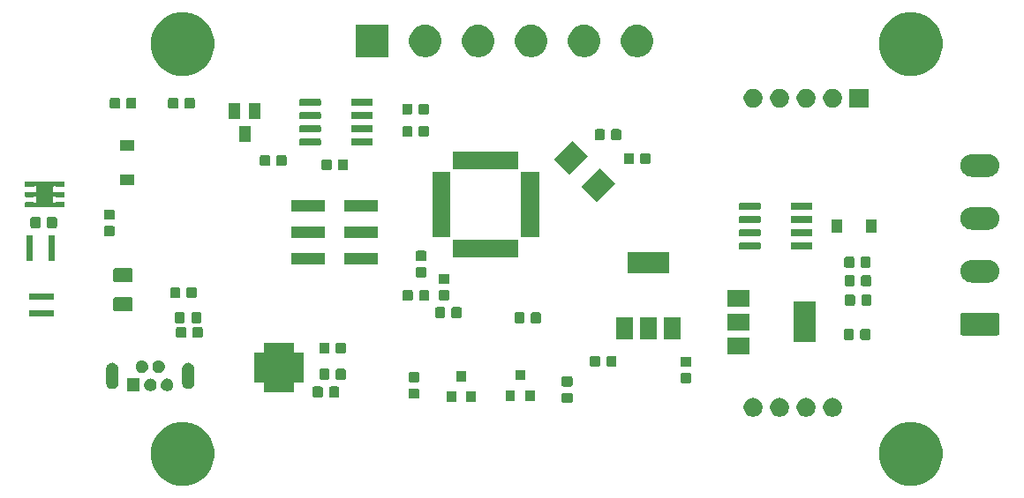
<source format=gbr>
G04 #@! TF.GenerationSoftware,KiCad,Pcbnew,(5.1.5)-3*
G04 #@! TF.CreationDate,2020-12-20T12:51:42+00:00*
G04 #@! TF.ProjectId,sensor_node_PCB,73656e73-6f72-45f6-9e6f-64655f504342,rev?*
G04 #@! TF.SameCoordinates,Original*
G04 #@! TF.FileFunction,Soldermask,Top*
G04 #@! TF.FilePolarity,Negative*
%FSLAX46Y46*%
G04 Gerber Fmt 4.6, Leading zero omitted, Abs format (unit mm)*
G04 Created by KiCad (PCBNEW (5.1.5)-3) date 2020-12-20 12:51:42*
%MOMM*%
%LPD*%
G04 APERTURE LIST*
%ADD10C,0.100000*%
G04 APERTURE END LIST*
D10*
G36*
X188849943Y-125336248D02*
G01*
X189405189Y-125566238D01*
X189405190Y-125566239D01*
X189904899Y-125900134D01*
X190329866Y-126325101D01*
X190329867Y-126325103D01*
X190663762Y-126824811D01*
X190893752Y-127380057D01*
X191011000Y-127969501D01*
X191011000Y-128570499D01*
X190893752Y-129159943D01*
X190663762Y-129715189D01*
X190663761Y-129715190D01*
X190329866Y-130214899D01*
X189904899Y-130639866D01*
X189653347Y-130807948D01*
X189405189Y-130973762D01*
X188849943Y-131203752D01*
X188260499Y-131321000D01*
X187659501Y-131321000D01*
X187070057Y-131203752D01*
X186514811Y-130973762D01*
X186266653Y-130807948D01*
X186015101Y-130639866D01*
X185590134Y-130214899D01*
X185256239Y-129715190D01*
X185256238Y-129715189D01*
X185026248Y-129159943D01*
X184909000Y-128570499D01*
X184909000Y-127969501D01*
X185026248Y-127380057D01*
X185256238Y-126824811D01*
X185590133Y-126325103D01*
X185590134Y-126325101D01*
X186015101Y-125900134D01*
X186514810Y-125566239D01*
X186514811Y-125566238D01*
X187070057Y-125336248D01*
X187659501Y-125219000D01*
X188260499Y-125219000D01*
X188849943Y-125336248D01*
G37*
G36*
X118999943Y-125336248D02*
G01*
X119555189Y-125566238D01*
X119555190Y-125566239D01*
X120054899Y-125900134D01*
X120479866Y-126325101D01*
X120479867Y-126325103D01*
X120813762Y-126824811D01*
X121043752Y-127380057D01*
X121161000Y-127969501D01*
X121161000Y-128570499D01*
X121043752Y-129159943D01*
X120813762Y-129715189D01*
X120813761Y-129715190D01*
X120479866Y-130214899D01*
X120054899Y-130639866D01*
X119803347Y-130807948D01*
X119555189Y-130973762D01*
X118999943Y-131203752D01*
X118410499Y-131321000D01*
X117809501Y-131321000D01*
X117220057Y-131203752D01*
X116664811Y-130973762D01*
X116416653Y-130807948D01*
X116165101Y-130639866D01*
X115740134Y-130214899D01*
X115406239Y-129715190D01*
X115406238Y-129715189D01*
X115176248Y-129159943D01*
X115059000Y-128570499D01*
X115059000Y-127969501D01*
X115176248Y-127380057D01*
X115406238Y-126824811D01*
X115740133Y-126325103D01*
X115740134Y-126325101D01*
X116165101Y-125900134D01*
X116664810Y-125566239D01*
X116664811Y-125566238D01*
X117220057Y-125336248D01*
X117809501Y-125219000D01*
X118410499Y-125219000D01*
X118999943Y-125336248D01*
G37*
G36*
X180573512Y-122903927D02*
G01*
X180722812Y-122933624D01*
X180886784Y-123001544D01*
X181034354Y-123100147D01*
X181159853Y-123225646D01*
X181258456Y-123373216D01*
X181326376Y-123537188D01*
X181361000Y-123711259D01*
X181361000Y-123888741D01*
X181326376Y-124062812D01*
X181258456Y-124226784D01*
X181159853Y-124374354D01*
X181034354Y-124499853D01*
X180886784Y-124598456D01*
X180722812Y-124666376D01*
X180573512Y-124696073D01*
X180548742Y-124701000D01*
X180371258Y-124701000D01*
X180346488Y-124696073D01*
X180197188Y-124666376D01*
X180033216Y-124598456D01*
X179885646Y-124499853D01*
X179760147Y-124374354D01*
X179661544Y-124226784D01*
X179593624Y-124062812D01*
X179559000Y-123888741D01*
X179559000Y-123711259D01*
X179593624Y-123537188D01*
X179661544Y-123373216D01*
X179760147Y-123225646D01*
X179885646Y-123100147D01*
X180033216Y-123001544D01*
X180197188Y-122933624D01*
X180346488Y-122903927D01*
X180371258Y-122899000D01*
X180548742Y-122899000D01*
X180573512Y-122903927D01*
G37*
G36*
X175493512Y-122903927D02*
G01*
X175642812Y-122933624D01*
X175806784Y-123001544D01*
X175954354Y-123100147D01*
X176079853Y-123225646D01*
X176178456Y-123373216D01*
X176246376Y-123537188D01*
X176281000Y-123711259D01*
X176281000Y-123888741D01*
X176246376Y-124062812D01*
X176178456Y-124226784D01*
X176079853Y-124374354D01*
X175954354Y-124499853D01*
X175806784Y-124598456D01*
X175642812Y-124666376D01*
X175493512Y-124696073D01*
X175468742Y-124701000D01*
X175291258Y-124701000D01*
X175266488Y-124696073D01*
X175117188Y-124666376D01*
X174953216Y-124598456D01*
X174805646Y-124499853D01*
X174680147Y-124374354D01*
X174581544Y-124226784D01*
X174513624Y-124062812D01*
X174479000Y-123888741D01*
X174479000Y-123711259D01*
X174513624Y-123537188D01*
X174581544Y-123373216D01*
X174680147Y-123225646D01*
X174805646Y-123100147D01*
X174953216Y-123001544D01*
X175117188Y-122933624D01*
X175266488Y-122903927D01*
X175291258Y-122899000D01*
X175468742Y-122899000D01*
X175493512Y-122903927D01*
G37*
G36*
X172953512Y-122903927D02*
G01*
X173102812Y-122933624D01*
X173266784Y-123001544D01*
X173414354Y-123100147D01*
X173539853Y-123225646D01*
X173638456Y-123373216D01*
X173706376Y-123537188D01*
X173741000Y-123711259D01*
X173741000Y-123888741D01*
X173706376Y-124062812D01*
X173638456Y-124226784D01*
X173539853Y-124374354D01*
X173414354Y-124499853D01*
X173266784Y-124598456D01*
X173102812Y-124666376D01*
X172953512Y-124696073D01*
X172928742Y-124701000D01*
X172751258Y-124701000D01*
X172726488Y-124696073D01*
X172577188Y-124666376D01*
X172413216Y-124598456D01*
X172265646Y-124499853D01*
X172140147Y-124374354D01*
X172041544Y-124226784D01*
X171973624Y-124062812D01*
X171939000Y-123888741D01*
X171939000Y-123711259D01*
X171973624Y-123537188D01*
X172041544Y-123373216D01*
X172140147Y-123225646D01*
X172265646Y-123100147D01*
X172413216Y-123001544D01*
X172577188Y-122933624D01*
X172726488Y-122903927D01*
X172751258Y-122899000D01*
X172928742Y-122899000D01*
X172953512Y-122903927D01*
G37*
G36*
X178033512Y-122903927D02*
G01*
X178182812Y-122933624D01*
X178346784Y-123001544D01*
X178494354Y-123100147D01*
X178619853Y-123225646D01*
X178718456Y-123373216D01*
X178786376Y-123537188D01*
X178821000Y-123711259D01*
X178821000Y-123888741D01*
X178786376Y-124062812D01*
X178718456Y-124226784D01*
X178619853Y-124374354D01*
X178494354Y-124499853D01*
X178346784Y-124598456D01*
X178182812Y-124666376D01*
X178033512Y-124696073D01*
X178008742Y-124701000D01*
X177831258Y-124701000D01*
X177806488Y-124696073D01*
X177657188Y-124666376D01*
X177493216Y-124598456D01*
X177345646Y-124499853D01*
X177220147Y-124374354D01*
X177121544Y-124226784D01*
X177053624Y-124062812D01*
X177019000Y-123888741D01*
X177019000Y-123711259D01*
X177053624Y-123537188D01*
X177121544Y-123373216D01*
X177220147Y-123225646D01*
X177345646Y-123100147D01*
X177493216Y-123001544D01*
X177657188Y-122933624D01*
X177806488Y-122903927D01*
X177831258Y-122899000D01*
X178008742Y-122899000D01*
X178033512Y-122903927D01*
G37*
G36*
X155379591Y-122403085D02*
G01*
X155413569Y-122413393D01*
X155444890Y-122430134D01*
X155472339Y-122452661D01*
X155494866Y-122480110D01*
X155511607Y-122511431D01*
X155521915Y-122545409D01*
X155526000Y-122586890D01*
X155526000Y-123188110D01*
X155521915Y-123229591D01*
X155511607Y-123263569D01*
X155494866Y-123294890D01*
X155472339Y-123322339D01*
X155444890Y-123344866D01*
X155413569Y-123361607D01*
X155379591Y-123371915D01*
X155338110Y-123376000D01*
X154661890Y-123376000D01*
X154620409Y-123371915D01*
X154586431Y-123361607D01*
X154555110Y-123344866D01*
X154527661Y-123322339D01*
X154505134Y-123294890D01*
X154488393Y-123263569D01*
X154478085Y-123229591D01*
X154474000Y-123188110D01*
X154474000Y-122586890D01*
X154478085Y-122545409D01*
X154488393Y-122511431D01*
X154505134Y-122480110D01*
X154527661Y-122452661D01*
X154555110Y-122430134D01*
X154586431Y-122413393D01*
X154620409Y-122403085D01*
X154661890Y-122399000D01*
X155338110Y-122399000D01*
X155379591Y-122403085D01*
G37*
G36*
X146251000Y-123301000D02*
G01*
X145349000Y-123301000D01*
X145349000Y-122299000D01*
X146251000Y-122299000D01*
X146251000Y-123301000D01*
G37*
G36*
X144351000Y-123301000D02*
G01*
X143449000Y-123301000D01*
X143449000Y-122299000D01*
X144351000Y-122299000D01*
X144351000Y-123301000D01*
G37*
G36*
X151901000Y-123201000D02*
G01*
X150999000Y-123201000D01*
X150999000Y-122199000D01*
X151901000Y-122199000D01*
X151901000Y-123201000D01*
G37*
G36*
X150001000Y-123201000D02*
G01*
X149099000Y-123201000D01*
X149099000Y-122199000D01*
X150001000Y-122199000D01*
X150001000Y-123201000D01*
G37*
G36*
X140679591Y-121990585D02*
G01*
X140713569Y-122000893D01*
X140744890Y-122017634D01*
X140772339Y-122040161D01*
X140794866Y-122067610D01*
X140811607Y-122098931D01*
X140821915Y-122132909D01*
X140826000Y-122174390D01*
X140826000Y-122775610D01*
X140821915Y-122817091D01*
X140811607Y-122851069D01*
X140794866Y-122882390D01*
X140772339Y-122909839D01*
X140744890Y-122932366D01*
X140713569Y-122949107D01*
X140679591Y-122959415D01*
X140638110Y-122963500D01*
X139961890Y-122963500D01*
X139920409Y-122959415D01*
X139886431Y-122949107D01*
X139855110Y-122932366D01*
X139827661Y-122909839D01*
X139805134Y-122882390D01*
X139788393Y-122851069D01*
X139778085Y-122817091D01*
X139774000Y-122775610D01*
X139774000Y-122174390D01*
X139778085Y-122132909D01*
X139788393Y-122098931D01*
X139805134Y-122067610D01*
X139827661Y-122040161D01*
X139855110Y-122017634D01*
X139886431Y-122000893D01*
X139920409Y-121990585D01*
X139961890Y-121986500D01*
X140638110Y-121986500D01*
X140679591Y-121990585D01*
G37*
G36*
X131417091Y-121803085D02*
G01*
X131451069Y-121813393D01*
X131482390Y-121830134D01*
X131509839Y-121852661D01*
X131532366Y-121880110D01*
X131549107Y-121911431D01*
X131559415Y-121945409D01*
X131563500Y-121986890D01*
X131563500Y-122663110D01*
X131559415Y-122704591D01*
X131549107Y-122738569D01*
X131532366Y-122769890D01*
X131509839Y-122797339D01*
X131482390Y-122819866D01*
X131451069Y-122836607D01*
X131417091Y-122846915D01*
X131375610Y-122851000D01*
X130774390Y-122851000D01*
X130732909Y-122846915D01*
X130698931Y-122836607D01*
X130667610Y-122819866D01*
X130640161Y-122797339D01*
X130617634Y-122769890D01*
X130600893Y-122738569D01*
X130590585Y-122704591D01*
X130586500Y-122663110D01*
X130586500Y-121986890D01*
X130590585Y-121945409D01*
X130600893Y-121911431D01*
X130617634Y-121880110D01*
X130640161Y-121852661D01*
X130667610Y-121830134D01*
X130698931Y-121813393D01*
X130732909Y-121803085D01*
X130774390Y-121799000D01*
X131375610Y-121799000D01*
X131417091Y-121803085D01*
G37*
G36*
X132992091Y-121803085D02*
G01*
X133026069Y-121813393D01*
X133057390Y-121830134D01*
X133084839Y-121852661D01*
X133107366Y-121880110D01*
X133124107Y-121911431D01*
X133134415Y-121945409D01*
X133138500Y-121986890D01*
X133138500Y-122663110D01*
X133134415Y-122704591D01*
X133124107Y-122738569D01*
X133107366Y-122769890D01*
X133084839Y-122797339D01*
X133057390Y-122819866D01*
X133026069Y-122836607D01*
X132992091Y-122846915D01*
X132950610Y-122851000D01*
X132349390Y-122851000D01*
X132307909Y-122846915D01*
X132273931Y-122836607D01*
X132242610Y-122819866D01*
X132215161Y-122797339D01*
X132192634Y-122769890D01*
X132175893Y-122738569D01*
X132165585Y-122704591D01*
X132161500Y-122663110D01*
X132161500Y-121986890D01*
X132165585Y-121945409D01*
X132175893Y-121911431D01*
X132192634Y-121880110D01*
X132215161Y-121852661D01*
X132242610Y-121830134D01*
X132273931Y-121813393D01*
X132307909Y-121803085D01*
X132349390Y-121799000D01*
X132950610Y-121799000D01*
X132992091Y-121803085D01*
G37*
G36*
X126280356Y-117575084D02*
G01*
X126285030Y-117576502D01*
X126289331Y-117578801D01*
X126295703Y-117584030D01*
X126316077Y-117597644D01*
X126338716Y-117607021D01*
X126362750Y-117611801D01*
X126387254Y-117611801D01*
X126411287Y-117607020D01*
X126433926Y-117597643D01*
X126454299Y-117584030D01*
X126460671Y-117578801D01*
X126464972Y-117576502D01*
X126469646Y-117575084D01*
X126480642Y-117574001D01*
X126769360Y-117574001D01*
X126780356Y-117575084D01*
X126785030Y-117576502D01*
X126789331Y-117578801D01*
X126795703Y-117584030D01*
X126816077Y-117597644D01*
X126838716Y-117607021D01*
X126862750Y-117611801D01*
X126887254Y-117611801D01*
X126911287Y-117607020D01*
X126933926Y-117597643D01*
X126954299Y-117584030D01*
X126960671Y-117578801D01*
X126964972Y-117576502D01*
X126969646Y-117575084D01*
X126980642Y-117574001D01*
X127269360Y-117574001D01*
X127280356Y-117575084D01*
X127285030Y-117576502D01*
X127289331Y-117578801D01*
X127295703Y-117584030D01*
X127316077Y-117597644D01*
X127338716Y-117607021D01*
X127362750Y-117611801D01*
X127387254Y-117611801D01*
X127411287Y-117607020D01*
X127433926Y-117597643D01*
X127454299Y-117584030D01*
X127460671Y-117578801D01*
X127464972Y-117576502D01*
X127469646Y-117575084D01*
X127480642Y-117574001D01*
X127769360Y-117574001D01*
X127780356Y-117575084D01*
X127785030Y-117576502D01*
X127789331Y-117578801D01*
X127795703Y-117584030D01*
X127816077Y-117597644D01*
X127838716Y-117607021D01*
X127862750Y-117611801D01*
X127887254Y-117611801D01*
X127911287Y-117607020D01*
X127933926Y-117597643D01*
X127954299Y-117584030D01*
X127960671Y-117578801D01*
X127964972Y-117576502D01*
X127969646Y-117575084D01*
X127980642Y-117574001D01*
X128269360Y-117574001D01*
X128280356Y-117575084D01*
X128285030Y-117576502D01*
X128289331Y-117578801D01*
X128295703Y-117584030D01*
X128316077Y-117597644D01*
X128338716Y-117607021D01*
X128362750Y-117611801D01*
X128387254Y-117611801D01*
X128411287Y-117607020D01*
X128433926Y-117597643D01*
X128454299Y-117584030D01*
X128460671Y-117578801D01*
X128464972Y-117576502D01*
X128469646Y-117575084D01*
X128480642Y-117574001D01*
X128769360Y-117574001D01*
X128780356Y-117575084D01*
X128785030Y-117576502D01*
X128789332Y-117578801D01*
X128793105Y-117581897D01*
X128796201Y-117585670D01*
X128798500Y-117589972D01*
X128799918Y-117594646D01*
X128801001Y-117605642D01*
X128801001Y-118424002D01*
X128803403Y-118448388D01*
X128810516Y-118471837D01*
X128822067Y-118493448D01*
X128837612Y-118512390D01*
X128856554Y-118527935D01*
X128878165Y-118539486D01*
X128901614Y-118546599D01*
X128926000Y-118549001D01*
X129744360Y-118549001D01*
X129755356Y-118550084D01*
X129760030Y-118551502D01*
X129764332Y-118553801D01*
X129768105Y-118556897D01*
X129771201Y-118560670D01*
X129773500Y-118564972D01*
X129774918Y-118569646D01*
X129776001Y-118580642D01*
X129776001Y-118869360D01*
X129774918Y-118880356D01*
X129773500Y-118885030D01*
X129771201Y-118889331D01*
X129765972Y-118895703D01*
X129752358Y-118916077D01*
X129742981Y-118938716D01*
X129738201Y-118962750D01*
X129738201Y-118987254D01*
X129742982Y-119011287D01*
X129752359Y-119033926D01*
X129765972Y-119054299D01*
X129771201Y-119060671D01*
X129773500Y-119064972D01*
X129774918Y-119069646D01*
X129776001Y-119080642D01*
X129776001Y-119369360D01*
X129774918Y-119380356D01*
X129773500Y-119385030D01*
X129771201Y-119389331D01*
X129765972Y-119395703D01*
X129752358Y-119416077D01*
X129742981Y-119438716D01*
X129738201Y-119462750D01*
X129738201Y-119487254D01*
X129742982Y-119511287D01*
X129752359Y-119533926D01*
X129765972Y-119554299D01*
X129771201Y-119560671D01*
X129773500Y-119564972D01*
X129774918Y-119569646D01*
X129776001Y-119580642D01*
X129776001Y-119869355D01*
X129774918Y-119880356D01*
X129773500Y-119885030D01*
X129771201Y-119889331D01*
X129765972Y-119895703D01*
X129752358Y-119916077D01*
X129742981Y-119938716D01*
X129738201Y-119962750D01*
X129738201Y-119987254D01*
X129742982Y-120011287D01*
X129752359Y-120033926D01*
X129765972Y-120054299D01*
X129771201Y-120060671D01*
X129773500Y-120064972D01*
X129774918Y-120069646D01*
X129776001Y-120080642D01*
X129776001Y-120369360D01*
X129774918Y-120380356D01*
X129773500Y-120385030D01*
X129771201Y-120389331D01*
X129765972Y-120395703D01*
X129752358Y-120416077D01*
X129742981Y-120438716D01*
X129738201Y-120462750D01*
X129738201Y-120487254D01*
X129742982Y-120511287D01*
X129752359Y-120533926D01*
X129765972Y-120554299D01*
X129771201Y-120560671D01*
X129773500Y-120564972D01*
X129774918Y-120569646D01*
X129776001Y-120580642D01*
X129776001Y-120869360D01*
X129774918Y-120880356D01*
X129773500Y-120885030D01*
X129771201Y-120889331D01*
X129765972Y-120895703D01*
X129752358Y-120916077D01*
X129742981Y-120938716D01*
X129738201Y-120962750D01*
X129738201Y-120987254D01*
X129742982Y-121011287D01*
X129752359Y-121033926D01*
X129765972Y-121054299D01*
X129771201Y-121060671D01*
X129773500Y-121064972D01*
X129774918Y-121069646D01*
X129776001Y-121080642D01*
X129776001Y-121369360D01*
X129774918Y-121380356D01*
X129773500Y-121385030D01*
X129771201Y-121389332D01*
X129768105Y-121393105D01*
X129764332Y-121396201D01*
X129760030Y-121398500D01*
X129755356Y-121399918D01*
X129744360Y-121401001D01*
X128926000Y-121401001D01*
X128901614Y-121403403D01*
X128878165Y-121410516D01*
X128856554Y-121422067D01*
X128837612Y-121437612D01*
X128822067Y-121456554D01*
X128810516Y-121478165D01*
X128803403Y-121501614D01*
X128801001Y-121526000D01*
X128801001Y-122344360D01*
X128799918Y-122355356D01*
X128798500Y-122360030D01*
X128796201Y-122364332D01*
X128793105Y-122368105D01*
X128789332Y-122371201D01*
X128785030Y-122373500D01*
X128780356Y-122374918D01*
X128769360Y-122376001D01*
X128480642Y-122376001D01*
X128469646Y-122374918D01*
X128464972Y-122373500D01*
X128460671Y-122371201D01*
X128454299Y-122365972D01*
X128433925Y-122352358D01*
X128411286Y-122342981D01*
X128387252Y-122338201D01*
X128362748Y-122338201D01*
X128338715Y-122342982D01*
X128316076Y-122352359D01*
X128295703Y-122365972D01*
X128289331Y-122371201D01*
X128285030Y-122373500D01*
X128280356Y-122374918D01*
X128269360Y-122376001D01*
X127980642Y-122376001D01*
X127969646Y-122374918D01*
X127964972Y-122373500D01*
X127960671Y-122371201D01*
X127954299Y-122365972D01*
X127933925Y-122352358D01*
X127911286Y-122342981D01*
X127887252Y-122338201D01*
X127862748Y-122338201D01*
X127838715Y-122342982D01*
X127816076Y-122352359D01*
X127795703Y-122365972D01*
X127789331Y-122371201D01*
X127785030Y-122373500D01*
X127780356Y-122374918D01*
X127769360Y-122376001D01*
X127480642Y-122376001D01*
X127469646Y-122374918D01*
X127464972Y-122373500D01*
X127460671Y-122371201D01*
X127454299Y-122365972D01*
X127433925Y-122352358D01*
X127411286Y-122342981D01*
X127387252Y-122338201D01*
X127362748Y-122338201D01*
X127338715Y-122342982D01*
X127316076Y-122352359D01*
X127295703Y-122365972D01*
X127289331Y-122371201D01*
X127285030Y-122373500D01*
X127280356Y-122374918D01*
X127269360Y-122376001D01*
X126980642Y-122376001D01*
X126969646Y-122374918D01*
X126964972Y-122373500D01*
X126960671Y-122371201D01*
X126954299Y-122365972D01*
X126933925Y-122352358D01*
X126911286Y-122342981D01*
X126887252Y-122338201D01*
X126862748Y-122338201D01*
X126838715Y-122342982D01*
X126816076Y-122352359D01*
X126795703Y-122365972D01*
X126789331Y-122371201D01*
X126785030Y-122373500D01*
X126780356Y-122374918D01*
X126769360Y-122376001D01*
X126480642Y-122376001D01*
X126469646Y-122374918D01*
X126464972Y-122373500D01*
X126460671Y-122371201D01*
X126454299Y-122365972D01*
X126433925Y-122352358D01*
X126411286Y-122342981D01*
X126387252Y-122338201D01*
X126362748Y-122338201D01*
X126338715Y-122342982D01*
X126316076Y-122352359D01*
X126295703Y-122365972D01*
X126289331Y-122371201D01*
X126285030Y-122373500D01*
X126280356Y-122374918D01*
X126269360Y-122376001D01*
X125980642Y-122376001D01*
X125969646Y-122374918D01*
X125964972Y-122373500D01*
X125960670Y-122371201D01*
X125956897Y-122368105D01*
X125953801Y-122364332D01*
X125951502Y-122360030D01*
X125950084Y-122355356D01*
X125949001Y-122344360D01*
X125949001Y-121526000D01*
X125946599Y-121501614D01*
X125939486Y-121478165D01*
X125927935Y-121456554D01*
X125912390Y-121437612D01*
X125893448Y-121422067D01*
X125871837Y-121410516D01*
X125848388Y-121403403D01*
X125824002Y-121401001D01*
X125005642Y-121401001D01*
X124994646Y-121399918D01*
X124989972Y-121398500D01*
X124985670Y-121396201D01*
X124981897Y-121393105D01*
X124978801Y-121389332D01*
X124976502Y-121385030D01*
X124975084Y-121380356D01*
X124974001Y-121369360D01*
X124974001Y-121080642D01*
X124975084Y-121069646D01*
X124976502Y-121064972D01*
X124978801Y-121060671D01*
X124984030Y-121054299D01*
X124997644Y-121033925D01*
X125007021Y-121011286D01*
X125011801Y-120987252D01*
X125011801Y-120962748D01*
X125007020Y-120938715D01*
X124997643Y-120916076D01*
X124984030Y-120895703D01*
X124978801Y-120889331D01*
X124976502Y-120885030D01*
X124975084Y-120880356D01*
X124974001Y-120869360D01*
X124974001Y-120580642D01*
X124975084Y-120569646D01*
X124976502Y-120564972D01*
X124978801Y-120560671D01*
X124984030Y-120554299D01*
X124997644Y-120533925D01*
X125007021Y-120511286D01*
X125011801Y-120487252D01*
X125011801Y-120462748D01*
X125007020Y-120438715D01*
X124997643Y-120416076D01*
X124984030Y-120395703D01*
X124978801Y-120389331D01*
X124976502Y-120385030D01*
X124975084Y-120380356D01*
X124974001Y-120369360D01*
X124974001Y-120080642D01*
X124975084Y-120069646D01*
X124976502Y-120064972D01*
X124978801Y-120060671D01*
X124984030Y-120054299D01*
X124997644Y-120033925D01*
X125007021Y-120011286D01*
X125011801Y-119987252D01*
X125011801Y-119962748D01*
X125007020Y-119938715D01*
X124997643Y-119916076D01*
X124984030Y-119895703D01*
X124978801Y-119889331D01*
X124976502Y-119885030D01*
X124975084Y-119880356D01*
X124974001Y-119869355D01*
X124974001Y-119580642D01*
X124975084Y-119569646D01*
X124976502Y-119564972D01*
X124978801Y-119560671D01*
X124984030Y-119554299D01*
X124997644Y-119533925D01*
X125007021Y-119511286D01*
X125011801Y-119487252D01*
X125011801Y-119462748D01*
X125007020Y-119438715D01*
X124997643Y-119416076D01*
X124984030Y-119395703D01*
X124978801Y-119389331D01*
X124976502Y-119385030D01*
X124975084Y-119380356D01*
X124974001Y-119369360D01*
X124974001Y-119080642D01*
X124975084Y-119069646D01*
X124976502Y-119064972D01*
X124978801Y-119060671D01*
X124984030Y-119054299D01*
X124997644Y-119033925D01*
X125007021Y-119011286D01*
X125011801Y-118987252D01*
X125011801Y-118962748D01*
X125007020Y-118938715D01*
X124997643Y-118916076D01*
X124984030Y-118895703D01*
X124978801Y-118889331D01*
X124976502Y-118885030D01*
X124975084Y-118880356D01*
X124974001Y-118869360D01*
X124974001Y-118580642D01*
X124975084Y-118569646D01*
X124976502Y-118564972D01*
X124978801Y-118560670D01*
X124981897Y-118556897D01*
X124985670Y-118553801D01*
X124989972Y-118551502D01*
X124994646Y-118550084D01*
X125005642Y-118549001D01*
X125824002Y-118549001D01*
X125848388Y-118546599D01*
X125871837Y-118539486D01*
X125893448Y-118527935D01*
X125912390Y-118512390D01*
X125927935Y-118493448D01*
X125939486Y-118471837D01*
X125946599Y-118448388D01*
X125949001Y-118424002D01*
X125949001Y-117605642D01*
X125950084Y-117594646D01*
X125951502Y-117589972D01*
X125953801Y-117585670D01*
X125956897Y-117581897D01*
X125960670Y-117578801D01*
X125964972Y-117576502D01*
X125969646Y-117575084D01*
X125980642Y-117574001D01*
X126269360Y-117574001D01*
X126280356Y-117575084D01*
G37*
G36*
X114025000Y-122239000D02*
G01*
X112823000Y-122239000D01*
X112823000Y-121037000D01*
X114025000Y-121037000D01*
X114025000Y-122239000D01*
G37*
G36*
X116752028Y-121050692D02*
G01*
X116799305Y-121060096D01*
X116831340Y-121073365D01*
X116908680Y-121105400D01*
X117007115Y-121171173D01*
X117090827Y-121254885D01*
X117156600Y-121353320D01*
X117178996Y-121407390D01*
X117201904Y-121462695D01*
X117207037Y-121488500D01*
X117225000Y-121578805D01*
X117225000Y-121697195D01*
X117214792Y-121748512D01*
X117201904Y-121813305D01*
X117188635Y-121845340D01*
X117156600Y-121922680D01*
X117090827Y-122021115D01*
X117007115Y-122104827D01*
X116908680Y-122170600D01*
X116840115Y-122199000D01*
X116799305Y-122215904D01*
X116760601Y-122223603D01*
X116683195Y-122239000D01*
X116564805Y-122239000D01*
X116487399Y-122223603D01*
X116448695Y-122215904D01*
X116407885Y-122199000D01*
X116339320Y-122170600D01*
X116240885Y-122104827D01*
X116157173Y-122021115D01*
X116091400Y-121922680D01*
X116059365Y-121845340D01*
X116046096Y-121813305D01*
X116033208Y-121748512D01*
X116023000Y-121697195D01*
X116023000Y-121578805D01*
X116040963Y-121488500D01*
X116046096Y-121462695D01*
X116069004Y-121407390D01*
X116091400Y-121353320D01*
X116157173Y-121254885D01*
X116240885Y-121171173D01*
X116339320Y-121105400D01*
X116416660Y-121073365D01*
X116448695Y-121060096D01*
X116495972Y-121050692D01*
X116564805Y-121037000D01*
X116683195Y-121037000D01*
X116752028Y-121050692D01*
G37*
G36*
X115152028Y-121050692D02*
G01*
X115199305Y-121060096D01*
X115231340Y-121073365D01*
X115308680Y-121105400D01*
X115407115Y-121171173D01*
X115490827Y-121254885D01*
X115556600Y-121353320D01*
X115578996Y-121407390D01*
X115601904Y-121462695D01*
X115607037Y-121488500D01*
X115625000Y-121578805D01*
X115625000Y-121697195D01*
X115614792Y-121748512D01*
X115601904Y-121813305D01*
X115588635Y-121845340D01*
X115556600Y-121922680D01*
X115490827Y-122021115D01*
X115407115Y-122104827D01*
X115308680Y-122170600D01*
X115240115Y-122199000D01*
X115199305Y-122215904D01*
X115160601Y-122223603D01*
X115083195Y-122239000D01*
X114964805Y-122239000D01*
X114887399Y-122223603D01*
X114848695Y-122215904D01*
X114807885Y-122199000D01*
X114739320Y-122170600D01*
X114640885Y-122104827D01*
X114557173Y-122021115D01*
X114491400Y-121922680D01*
X114459365Y-121845340D01*
X114446096Y-121813305D01*
X114433208Y-121748512D01*
X114423000Y-121697195D01*
X114423000Y-121578805D01*
X114440963Y-121488500D01*
X114446096Y-121462695D01*
X114469004Y-121407390D01*
X114491400Y-121353320D01*
X114557173Y-121254885D01*
X114640885Y-121171173D01*
X114739320Y-121105400D01*
X114816660Y-121073365D01*
X114848695Y-121060096D01*
X114895972Y-121050692D01*
X114964805Y-121037000D01*
X115083195Y-121037000D01*
X115152028Y-121050692D01*
G37*
G36*
X111491817Y-119520696D02*
G01*
X111605104Y-119555062D01*
X111709511Y-119610869D01*
X111709513Y-119610870D01*
X111709512Y-119610870D01*
X111801027Y-119685973D01*
X111857856Y-119755220D01*
X111876131Y-119777488D01*
X111931938Y-119881895D01*
X111966304Y-119995182D01*
X111975000Y-120083481D01*
X111975000Y-121442519D01*
X111966304Y-121530818D01*
X111931938Y-121644105D01*
X111876131Y-121748512D01*
X111801027Y-121840027D01*
X111709512Y-121915131D01*
X111605105Y-121970938D01*
X111491818Y-122005304D01*
X111374000Y-122016907D01*
X111256183Y-122005304D01*
X111142896Y-121970938D01*
X111038489Y-121915131D01*
X110946974Y-121840027D01*
X110871870Y-121748512D01*
X110816063Y-121644105D01*
X110781697Y-121530818D01*
X110773001Y-121442519D01*
X110773000Y-120083482D01*
X110781696Y-119995183D01*
X110816062Y-119881896D01*
X110871869Y-119777489D01*
X110890145Y-119755220D01*
X110946973Y-119685973D01*
X111038487Y-119610870D01*
X111038486Y-119610870D01*
X111038488Y-119610869D01*
X111142895Y-119555062D01*
X111256182Y-119520696D01*
X111374000Y-119509093D01*
X111491817Y-119520696D01*
G37*
G36*
X118791817Y-119520696D02*
G01*
X118905104Y-119555062D01*
X119009511Y-119610869D01*
X119009513Y-119610870D01*
X119009512Y-119610870D01*
X119101027Y-119685973D01*
X119157856Y-119755220D01*
X119176131Y-119777488D01*
X119231938Y-119881895D01*
X119266304Y-119995182D01*
X119275000Y-120083481D01*
X119275000Y-121442519D01*
X119266304Y-121530818D01*
X119231938Y-121644105D01*
X119176131Y-121748512D01*
X119101027Y-121840027D01*
X119009512Y-121915131D01*
X118905105Y-121970938D01*
X118791818Y-122005304D01*
X118674000Y-122016907D01*
X118556183Y-122005304D01*
X118442896Y-121970938D01*
X118338489Y-121915131D01*
X118246974Y-121840027D01*
X118171870Y-121748512D01*
X118116063Y-121644105D01*
X118081697Y-121530818D01*
X118073001Y-121442519D01*
X118073000Y-120083482D01*
X118081696Y-119995183D01*
X118116062Y-119881896D01*
X118171869Y-119777489D01*
X118190145Y-119755220D01*
X118246973Y-119685973D01*
X118338487Y-119610870D01*
X118338486Y-119610870D01*
X118338488Y-119610869D01*
X118442895Y-119555062D01*
X118556182Y-119520696D01*
X118674000Y-119509093D01*
X118791817Y-119520696D01*
G37*
G36*
X155379591Y-120828085D02*
G01*
X155413569Y-120838393D01*
X155444890Y-120855134D01*
X155472339Y-120877661D01*
X155494866Y-120905110D01*
X155511607Y-120936431D01*
X155521915Y-120970409D01*
X155526000Y-121011890D01*
X155526000Y-121613110D01*
X155521915Y-121654591D01*
X155511607Y-121688569D01*
X155494866Y-121719890D01*
X155472339Y-121747339D01*
X155444890Y-121769866D01*
X155413569Y-121786607D01*
X155379591Y-121796915D01*
X155338110Y-121801000D01*
X154661890Y-121801000D01*
X154620409Y-121796915D01*
X154586431Y-121786607D01*
X154555110Y-121769866D01*
X154527661Y-121747339D01*
X154505134Y-121719890D01*
X154488393Y-121688569D01*
X154478085Y-121654591D01*
X154474000Y-121613110D01*
X154474000Y-121011890D01*
X154478085Y-120970409D01*
X154488393Y-120936431D01*
X154505134Y-120905110D01*
X154527661Y-120877661D01*
X154555110Y-120855134D01*
X154586431Y-120838393D01*
X154620409Y-120828085D01*
X154661890Y-120824000D01*
X155338110Y-120824000D01*
X155379591Y-120828085D01*
G37*
G36*
X166779591Y-120515585D02*
G01*
X166813569Y-120525893D01*
X166844890Y-120542634D01*
X166872339Y-120565161D01*
X166894866Y-120592610D01*
X166911607Y-120623931D01*
X166921915Y-120657909D01*
X166926000Y-120699390D01*
X166926000Y-121300610D01*
X166921915Y-121342091D01*
X166911607Y-121376069D01*
X166894866Y-121407390D01*
X166872339Y-121434839D01*
X166844890Y-121457366D01*
X166813569Y-121474107D01*
X166779591Y-121484415D01*
X166738110Y-121488500D01*
X166061890Y-121488500D01*
X166020409Y-121484415D01*
X165986431Y-121474107D01*
X165955110Y-121457366D01*
X165927661Y-121434839D01*
X165905134Y-121407390D01*
X165888393Y-121376069D01*
X165878085Y-121342091D01*
X165874000Y-121300610D01*
X165874000Y-120699390D01*
X165878085Y-120657909D01*
X165888393Y-120623931D01*
X165905134Y-120592610D01*
X165927661Y-120565161D01*
X165955110Y-120542634D01*
X165986431Y-120525893D01*
X166020409Y-120515585D01*
X166061890Y-120511500D01*
X166738110Y-120511500D01*
X166779591Y-120515585D01*
G37*
G36*
X140679591Y-120415585D02*
G01*
X140713569Y-120425893D01*
X140744890Y-120442634D01*
X140772339Y-120465161D01*
X140794866Y-120492610D01*
X140811607Y-120523931D01*
X140821915Y-120557909D01*
X140826000Y-120599390D01*
X140826000Y-121200610D01*
X140821915Y-121242091D01*
X140811607Y-121276069D01*
X140794866Y-121307390D01*
X140772339Y-121334839D01*
X140744890Y-121357366D01*
X140713569Y-121374107D01*
X140679591Y-121384415D01*
X140638110Y-121388500D01*
X139961890Y-121388500D01*
X139920409Y-121384415D01*
X139886431Y-121374107D01*
X139855110Y-121357366D01*
X139827661Y-121334839D01*
X139805134Y-121307390D01*
X139788393Y-121276069D01*
X139778085Y-121242091D01*
X139774000Y-121200610D01*
X139774000Y-120599390D01*
X139778085Y-120557909D01*
X139788393Y-120523931D01*
X139805134Y-120492610D01*
X139827661Y-120465161D01*
X139855110Y-120442634D01*
X139886431Y-120425893D01*
X139920409Y-120415585D01*
X139961890Y-120411500D01*
X140638110Y-120411500D01*
X140679591Y-120415585D01*
G37*
G36*
X145301000Y-121301000D02*
G01*
X144399000Y-121301000D01*
X144399000Y-120299000D01*
X145301000Y-120299000D01*
X145301000Y-121301000D01*
G37*
G36*
X150951000Y-121201000D02*
G01*
X150049000Y-121201000D01*
X150049000Y-120199000D01*
X150951000Y-120199000D01*
X150951000Y-121201000D01*
G37*
G36*
X133634592Y-120093086D02*
G01*
X133668570Y-120103394D01*
X133699891Y-120120135D01*
X133727340Y-120142662D01*
X133749867Y-120170111D01*
X133766608Y-120201432D01*
X133776916Y-120235410D01*
X133781001Y-120276891D01*
X133781001Y-120953111D01*
X133776916Y-120994592D01*
X133766608Y-121028570D01*
X133749867Y-121059891D01*
X133727340Y-121087340D01*
X133699891Y-121109867D01*
X133668570Y-121126608D01*
X133634592Y-121136916D01*
X133593111Y-121141001D01*
X132991891Y-121141001D01*
X132950410Y-121136916D01*
X132916432Y-121126608D01*
X132885111Y-121109867D01*
X132857662Y-121087340D01*
X132835135Y-121059891D01*
X132818394Y-121028570D01*
X132808086Y-120994592D01*
X132804001Y-120953111D01*
X132804001Y-120276891D01*
X132808086Y-120235410D01*
X132818394Y-120201432D01*
X132835135Y-120170111D01*
X132857662Y-120142662D01*
X132885111Y-120120135D01*
X132916432Y-120103394D01*
X132950410Y-120093086D01*
X132991891Y-120089001D01*
X133593111Y-120089001D01*
X133634592Y-120093086D01*
G37*
G36*
X132059592Y-120093086D02*
G01*
X132093570Y-120103394D01*
X132124891Y-120120135D01*
X132152340Y-120142662D01*
X132174867Y-120170111D01*
X132191608Y-120201432D01*
X132201916Y-120235410D01*
X132206001Y-120276891D01*
X132206001Y-120953111D01*
X132201916Y-120994592D01*
X132191608Y-121028570D01*
X132174867Y-121059891D01*
X132152340Y-121087340D01*
X132124891Y-121109867D01*
X132093570Y-121126608D01*
X132059592Y-121136916D01*
X132018111Y-121141001D01*
X131416891Y-121141001D01*
X131375410Y-121136916D01*
X131341432Y-121126608D01*
X131310111Y-121109867D01*
X131282662Y-121087340D01*
X131260135Y-121059891D01*
X131243394Y-121028570D01*
X131233086Y-120994592D01*
X131229001Y-120953111D01*
X131229001Y-120276891D01*
X131233086Y-120235410D01*
X131243394Y-120201432D01*
X131260135Y-120170111D01*
X131282662Y-120142662D01*
X131310111Y-120120135D01*
X131341432Y-120103394D01*
X131375410Y-120093086D01*
X131416891Y-120089001D01*
X132018111Y-120089001D01*
X132059592Y-120093086D01*
G37*
G36*
X115960601Y-119302397D02*
G01*
X115999305Y-119310096D01*
X116031340Y-119323365D01*
X116108680Y-119355400D01*
X116207115Y-119421173D01*
X116290827Y-119504885D01*
X116356600Y-119603320D01*
X116380802Y-119661750D01*
X116401904Y-119712695D01*
X116402981Y-119718110D01*
X116425000Y-119828805D01*
X116425000Y-119947195D01*
X116415454Y-119995183D01*
X116401904Y-120063305D01*
X116394723Y-120080642D01*
X116356600Y-120172680D01*
X116290827Y-120271115D01*
X116207115Y-120354827D01*
X116108680Y-120420600D01*
X116031340Y-120452635D01*
X115999305Y-120465904D01*
X115960601Y-120473603D01*
X115883195Y-120489000D01*
X115764805Y-120489000D01*
X115687399Y-120473603D01*
X115648695Y-120465904D01*
X115616660Y-120452635D01*
X115539320Y-120420600D01*
X115440885Y-120354827D01*
X115357173Y-120271115D01*
X115291400Y-120172680D01*
X115253277Y-120080642D01*
X115246096Y-120063305D01*
X115232546Y-119995183D01*
X115223000Y-119947195D01*
X115223000Y-119828805D01*
X115245019Y-119718110D01*
X115246096Y-119712695D01*
X115267198Y-119661750D01*
X115291400Y-119603320D01*
X115357173Y-119504885D01*
X115440885Y-119421173D01*
X115539320Y-119355400D01*
X115616660Y-119323365D01*
X115648695Y-119310096D01*
X115687399Y-119302397D01*
X115764805Y-119287000D01*
X115883195Y-119287000D01*
X115960601Y-119302397D01*
G37*
G36*
X114360601Y-119302397D02*
G01*
X114399305Y-119310096D01*
X114431340Y-119323365D01*
X114508680Y-119355400D01*
X114607115Y-119421173D01*
X114690827Y-119504885D01*
X114756600Y-119603320D01*
X114780802Y-119661750D01*
X114801904Y-119712695D01*
X114802981Y-119718110D01*
X114825000Y-119828805D01*
X114825000Y-119947195D01*
X114815454Y-119995183D01*
X114801904Y-120063305D01*
X114794723Y-120080642D01*
X114756600Y-120172680D01*
X114690827Y-120271115D01*
X114607115Y-120354827D01*
X114508680Y-120420600D01*
X114431340Y-120452635D01*
X114399305Y-120465904D01*
X114360601Y-120473603D01*
X114283195Y-120489000D01*
X114164805Y-120489000D01*
X114087399Y-120473603D01*
X114048695Y-120465904D01*
X114016660Y-120452635D01*
X113939320Y-120420600D01*
X113840885Y-120354827D01*
X113757173Y-120271115D01*
X113691400Y-120172680D01*
X113653277Y-120080642D01*
X113646096Y-120063305D01*
X113632546Y-119995183D01*
X113623000Y-119947195D01*
X113623000Y-119828805D01*
X113645019Y-119718110D01*
X113646096Y-119712695D01*
X113667198Y-119661750D01*
X113691400Y-119603320D01*
X113757173Y-119504885D01*
X113840885Y-119421173D01*
X113939320Y-119355400D01*
X114016660Y-119323365D01*
X114048695Y-119310096D01*
X114087399Y-119302397D01*
X114164805Y-119287000D01*
X114283195Y-119287000D01*
X114360601Y-119302397D01*
G37*
G36*
X166779591Y-118940585D02*
G01*
X166813569Y-118950893D01*
X166844890Y-118967634D01*
X166872339Y-118990161D01*
X166894866Y-119017610D01*
X166911607Y-119048931D01*
X166921915Y-119082909D01*
X166926000Y-119124390D01*
X166926000Y-119725610D01*
X166921915Y-119767091D01*
X166911607Y-119801069D01*
X166894866Y-119832390D01*
X166872339Y-119859839D01*
X166844890Y-119882366D01*
X166813569Y-119899107D01*
X166779591Y-119909415D01*
X166738110Y-119913500D01*
X166061890Y-119913500D01*
X166020409Y-119909415D01*
X165986431Y-119899107D01*
X165955110Y-119882366D01*
X165927661Y-119859839D01*
X165905134Y-119832390D01*
X165888393Y-119801069D01*
X165878085Y-119767091D01*
X165874000Y-119725610D01*
X165874000Y-119124390D01*
X165878085Y-119082909D01*
X165888393Y-119048931D01*
X165905134Y-119017610D01*
X165927661Y-118990161D01*
X165955110Y-118967634D01*
X165986431Y-118950893D01*
X166020409Y-118940585D01*
X166061890Y-118936500D01*
X166738110Y-118936500D01*
X166779591Y-118940585D01*
G37*
G36*
X158025091Y-118858085D02*
G01*
X158059069Y-118868393D01*
X158090390Y-118885134D01*
X158117839Y-118907661D01*
X158140366Y-118935110D01*
X158157107Y-118966431D01*
X158167415Y-119000409D01*
X158171500Y-119041890D01*
X158171500Y-119718110D01*
X158167415Y-119759591D01*
X158157107Y-119793569D01*
X158140366Y-119824890D01*
X158117839Y-119852339D01*
X158090390Y-119874866D01*
X158059069Y-119891607D01*
X158025091Y-119901915D01*
X157983610Y-119906000D01*
X157382390Y-119906000D01*
X157340909Y-119901915D01*
X157306931Y-119891607D01*
X157275610Y-119874866D01*
X157248161Y-119852339D01*
X157225634Y-119824890D01*
X157208893Y-119793569D01*
X157198585Y-119759591D01*
X157194500Y-119718110D01*
X157194500Y-119041890D01*
X157198585Y-119000409D01*
X157208893Y-118966431D01*
X157225634Y-118935110D01*
X157248161Y-118907661D01*
X157275610Y-118885134D01*
X157306931Y-118868393D01*
X157340909Y-118858085D01*
X157382390Y-118854000D01*
X157983610Y-118854000D01*
X158025091Y-118858085D01*
G37*
G36*
X159600091Y-118858085D02*
G01*
X159634069Y-118868393D01*
X159665390Y-118885134D01*
X159692839Y-118907661D01*
X159715366Y-118935110D01*
X159732107Y-118966431D01*
X159742415Y-119000409D01*
X159746500Y-119041890D01*
X159746500Y-119718110D01*
X159742415Y-119759591D01*
X159732107Y-119793569D01*
X159715366Y-119824890D01*
X159692839Y-119852339D01*
X159665390Y-119874866D01*
X159634069Y-119891607D01*
X159600091Y-119901915D01*
X159558610Y-119906000D01*
X158957390Y-119906000D01*
X158915909Y-119901915D01*
X158881931Y-119891607D01*
X158850610Y-119874866D01*
X158823161Y-119852339D01*
X158800634Y-119824890D01*
X158783893Y-119793569D01*
X158773585Y-119759591D01*
X158769500Y-119718110D01*
X158769500Y-119041890D01*
X158773585Y-119000409D01*
X158783893Y-118966431D01*
X158800634Y-118935110D01*
X158823161Y-118907661D01*
X158850610Y-118885134D01*
X158881931Y-118868393D01*
X158915909Y-118858085D01*
X158957390Y-118854000D01*
X159558610Y-118854000D01*
X159600091Y-118858085D01*
G37*
G36*
X172501000Y-118701000D02*
G01*
X170399000Y-118701000D01*
X170399000Y-117099000D01*
X172501000Y-117099000D01*
X172501000Y-118701000D01*
G37*
G36*
X133634592Y-117583086D02*
G01*
X133668570Y-117593394D01*
X133699891Y-117610135D01*
X133727340Y-117632662D01*
X133749867Y-117660111D01*
X133766608Y-117691432D01*
X133776916Y-117725410D01*
X133781001Y-117766891D01*
X133781001Y-118443111D01*
X133776916Y-118484592D01*
X133766608Y-118518570D01*
X133749867Y-118549891D01*
X133727340Y-118577340D01*
X133699891Y-118599867D01*
X133668570Y-118616608D01*
X133634592Y-118626916D01*
X133593111Y-118631001D01*
X132991891Y-118631001D01*
X132950410Y-118626916D01*
X132916432Y-118616608D01*
X132885111Y-118599867D01*
X132857662Y-118577340D01*
X132835135Y-118549891D01*
X132818394Y-118518570D01*
X132808086Y-118484592D01*
X132804001Y-118443111D01*
X132804001Y-117766891D01*
X132808086Y-117725410D01*
X132818394Y-117691432D01*
X132835135Y-117660111D01*
X132857662Y-117632662D01*
X132885111Y-117610135D01*
X132916432Y-117593394D01*
X132950410Y-117583086D01*
X132991891Y-117579001D01*
X133593111Y-117579001D01*
X133634592Y-117583086D01*
G37*
G36*
X132059592Y-117583086D02*
G01*
X132093570Y-117593394D01*
X132124891Y-117610135D01*
X132152340Y-117632662D01*
X132174867Y-117660111D01*
X132191608Y-117691432D01*
X132201916Y-117725410D01*
X132206001Y-117766891D01*
X132206001Y-118443111D01*
X132201916Y-118484592D01*
X132191608Y-118518570D01*
X132174867Y-118549891D01*
X132152340Y-118577340D01*
X132124891Y-118599867D01*
X132093570Y-118616608D01*
X132059592Y-118626916D01*
X132018111Y-118631001D01*
X131416891Y-118631001D01*
X131375410Y-118626916D01*
X131341432Y-118616608D01*
X131310111Y-118599867D01*
X131282662Y-118577340D01*
X131260135Y-118549891D01*
X131243394Y-118518570D01*
X131233086Y-118484592D01*
X131229001Y-118443111D01*
X131229001Y-117766891D01*
X131233086Y-117725410D01*
X131243394Y-117691432D01*
X131260135Y-117660111D01*
X131282662Y-117632662D01*
X131310111Y-117610135D01*
X131341432Y-117593394D01*
X131375410Y-117583086D01*
X131416891Y-117579001D01*
X132018111Y-117579001D01*
X132059592Y-117583086D01*
G37*
G36*
X178801000Y-117551000D02*
G01*
X176699000Y-117551000D01*
X176699000Y-113649000D01*
X178801000Y-113649000D01*
X178801000Y-117551000D01*
G37*
G36*
X182367091Y-116278085D02*
G01*
X182401069Y-116288393D01*
X182432390Y-116305134D01*
X182459839Y-116327661D01*
X182482366Y-116355110D01*
X182499107Y-116386431D01*
X182509415Y-116420409D01*
X182513500Y-116461890D01*
X182513500Y-117138110D01*
X182509415Y-117179591D01*
X182499107Y-117213569D01*
X182482366Y-117244890D01*
X182459839Y-117272339D01*
X182432390Y-117294866D01*
X182401069Y-117311607D01*
X182367091Y-117321915D01*
X182325610Y-117326000D01*
X181724390Y-117326000D01*
X181682909Y-117321915D01*
X181648931Y-117311607D01*
X181617610Y-117294866D01*
X181590161Y-117272339D01*
X181567634Y-117244890D01*
X181550893Y-117213569D01*
X181540585Y-117179591D01*
X181536500Y-117138110D01*
X181536500Y-116461890D01*
X181540585Y-116420409D01*
X181550893Y-116386431D01*
X181567634Y-116355110D01*
X181590161Y-116327661D01*
X181617610Y-116305134D01*
X181648931Y-116288393D01*
X181682909Y-116278085D01*
X181724390Y-116274000D01*
X182325610Y-116274000D01*
X182367091Y-116278085D01*
G37*
G36*
X183942091Y-116278085D02*
G01*
X183976069Y-116288393D01*
X184007390Y-116305134D01*
X184034839Y-116327661D01*
X184057366Y-116355110D01*
X184074107Y-116386431D01*
X184084415Y-116420409D01*
X184088500Y-116461890D01*
X184088500Y-117138110D01*
X184084415Y-117179591D01*
X184074107Y-117213569D01*
X184057366Y-117244890D01*
X184034839Y-117272339D01*
X184007390Y-117294866D01*
X183976069Y-117311607D01*
X183942091Y-117321915D01*
X183900610Y-117326000D01*
X183299390Y-117326000D01*
X183257909Y-117321915D01*
X183223931Y-117311607D01*
X183192610Y-117294866D01*
X183165161Y-117272339D01*
X183142634Y-117244890D01*
X183125893Y-117213569D01*
X183115585Y-117179591D01*
X183111500Y-117138110D01*
X183111500Y-116461890D01*
X183115585Y-116420409D01*
X183125893Y-116386431D01*
X183142634Y-116355110D01*
X183165161Y-116327661D01*
X183192610Y-116305134D01*
X183223931Y-116288393D01*
X183257909Y-116278085D01*
X183299390Y-116274000D01*
X183900610Y-116274000D01*
X183942091Y-116278085D01*
G37*
G36*
X165901000Y-117251000D02*
G01*
X164299000Y-117251000D01*
X164299000Y-115149000D01*
X165901000Y-115149000D01*
X165901000Y-117251000D01*
G37*
G36*
X163601000Y-117251000D02*
G01*
X161999000Y-117251000D01*
X161999000Y-115149000D01*
X163601000Y-115149000D01*
X163601000Y-117251000D01*
G37*
G36*
X161301000Y-117251000D02*
G01*
X159699000Y-117251000D01*
X159699000Y-115149000D01*
X161301000Y-115149000D01*
X161301000Y-117251000D01*
G37*
G36*
X119900091Y-116092085D02*
G01*
X119934069Y-116102393D01*
X119965390Y-116119134D01*
X119992839Y-116141661D01*
X120015366Y-116169110D01*
X120032107Y-116200431D01*
X120042415Y-116234409D01*
X120046500Y-116275890D01*
X120046500Y-116952110D01*
X120042415Y-116993591D01*
X120032107Y-117027569D01*
X120015366Y-117058890D01*
X119992839Y-117086339D01*
X119965390Y-117108866D01*
X119934069Y-117125607D01*
X119900091Y-117135915D01*
X119858610Y-117140000D01*
X119257390Y-117140000D01*
X119215909Y-117135915D01*
X119181931Y-117125607D01*
X119150610Y-117108866D01*
X119123161Y-117086339D01*
X119100634Y-117058890D01*
X119083893Y-117027569D01*
X119073585Y-116993591D01*
X119069500Y-116952110D01*
X119069500Y-116275890D01*
X119073585Y-116234409D01*
X119083893Y-116200431D01*
X119100634Y-116169110D01*
X119123161Y-116141661D01*
X119150610Y-116119134D01*
X119181931Y-116102393D01*
X119215909Y-116092085D01*
X119257390Y-116088000D01*
X119858610Y-116088000D01*
X119900091Y-116092085D01*
G37*
G36*
X118325091Y-116092085D02*
G01*
X118359069Y-116102393D01*
X118390390Y-116119134D01*
X118417839Y-116141661D01*
X118440366Y-116169110D01*
X118457107Y-116200431D01*
X118467415Y-116234409D01*
X118471500Y-116275890D01*
X118471500Y-116952110D01*
X118467415Y-116993591D01*
X118457107Y-117027569D01*
X118440366Y-117058890D01*
X118417839Y-117086339D01*
X118390390Y-117108866D01*
X118359069Y-117125607D01*
X118325091Y-117135915D01*
X118283610Y-117140000D01*
X117682390Y-117140000D01*
X117640909Y-117135915D01*
X117606931Y-117125607D01*
X117575610Y-117108866D01*
X117548161Y-117086339D01*
X117525634Y-117058890D01*
X117508893Y-117027569D01*
X117498585Y-116993591D01*
X117494500Y-116952110D01*
X117494500Y-116275890D01*
X117498585Y-116234409D01*
X117508893Y-116200431D01*
X117525634Y-116169110D01*
X117548161Y-116141661D01*
X117575610Y-116119134D01*
X117606931Y-116102393D01*
X117640909Y-116092085D01*
X117682390Y-116088000D01*
X118283610Y-116088000D01*
X118325091Y-116092085D01*
G37*
G36*
X196316217Y-114712808D02*
G01*
X196347489Y-114722294D01*
X196376308Y-114737698D01*
X196401570Y-114758430D01*
X196422302Y-114783692D01*
X196437706Y-114812511D01*
X196447192Y-114843783D01*
X196451000Y-114882448D01*
X196451000Y-116717552D01*
X196447192Y-116756217D01*
X196437706Y-116787489D01*
X196422302Y-116816308D01*
X196401570Y-116841570D01*
X196376308Y-116862302D01*
X196347489Y-116877706D01*
X196316217Y-116887192D01*
X196277552Y-116891000D01*
X192922448Y-116891000D01*
X192883783Y-116887192D01*
X192852511Y-116877706D01*
X192823692Y-116862302D01*
X192798430Y-116841570D01*
X192777698Y-116816308D01*
X192762294Y-116787489D01*
X192752808Y-116756217D01*
X192749000Y-116717552D01*
X192749000Y-114882448D01*
X192752808Y-114843783D01*
X192762294Y-114812511D01*
X192777698Y-114783692D01*
X192798430Y-114758430D01*
X192823692Y-114737698D01*
X192852511Y-114722294D01*
X192883783Y-114712808D01*
X192922448Y-114709000D01*
X196277552Y-114709000D01*
X196316217Y-114712808D01*
G37*
G36*
X172501000Y-116401000D02*
G01*
X170399000Y-116401000D01*
X170399000Y-114799000D01*
X172501000Y-114799000D01*
X172501000Y-116401000D01*
G37*
G36*
X152342091Y-114678085D02*
G01*
X152376069Y-114688393D01*
X152407390Y-114705134D01*
X152434839Y-114727661D01*
X152457366Y-114755110D01*
X152474107Y-114786431D01*
X152484415Y-114820409D01*
X152488500Y-114861890D01*
X152488500Y-115538110D01*
X152484415Y-115579591D01*
X152474107Y-115613569D01*
X152457366Y-115644890D01*
X152434839Y-115672339D01*
X152407390Y-115694866D01*
X152376069Y-115711607D01*
X152342091Y-115721915D01*
X152300610Y-115726000D01*
X151699390Y-115726000D01*
X151657909Y-115721915D01*
X151623931Y-115711607D01*
X151592610Y-115694866D01*
X151565161Y-115672339D01*
X151542634Y-115644890D01*
X151525893Y-115613569D01*
X151515585Y-115579591D01*
X151511500Y-115538110D01*
X151511500Y-114861890D01*
X151515585Y-114820409D01*
X151525893Y-114786431D01*
X151542634Y-114755110D01*
X151565161Y-114727661D01*
X151592610Y-114705134D01*
X151623931Y-114688393D01*
X151657909Y-114678085D01*
X151699390Y-114674000D01*
X152300610Y-114674000D01*
X152342091Y-114678085D01*
G37*
G36*
X150767091Y-114678085D02*
G01*
X150801069Y-114688393D01*
X150832390Y-114705134D01*
X150859839Y-114727661D01*
X150882366Y-114755110D01*
X150899107Y-114786431D01*
X150909415Y-114820409D01*
X150913500Y-114861890D01*
X150913500Y-115538110D01*
X150909415Y-115579591D01*
X150899107Y-115613569D01*
X150882366Y-115644890D01*
X150859839Y-115672339D01*
X150832390Y-115694866D01*
X150801069Y-115711607D01*
X150767091Y-115721915D01*
X150725610Y-115726000D01*
X150124390Y-115726000D01*
X150082909Y-115721915D01*
X150048931Y-115711607D01*
X150017610Y-115694866D01*
X149990161Y-115672339D01*
X149967634Y-115644890D01*
X149950893Y-115613569D01*
X149940585Y-115579591D01*
X149936500Y-115538110D01*
X149936500Y-114861890D01*
X149940585Y-114820409D01*
X149950893Y-114786431D01*
X149967634Y-114755110D01*
X149990161Y-114727661D01*
X150017610Y-114705134D01*
X150048931Y-114688393D01*
X150082909Y-114678085D01*
X150124390Y-114674000D01*
X150725610Y-114674000D01*
X150767091Y-114678085D01*
G37*
G36*
X119773091Y-114667085D02*
G01*
X119807069Y-114677393D01*
X119838390Y-114694134D01*
X119865839Y-114716661D01*
X119888366Y-114744110D01*
X119905107Y-114775431D01*
X119915415Y-114809409D01*
X119919500Y-114850890D01*
X119919500Y-115527110D01*
X119915415Y-115568591D01*
X119905107Y-115602569D01*
X119888366Y-115633890D01*
X119865839Y-115661339D01*
X119838390Y-115683866D01*
X119807069Y-115700607D01*
X119773091Y-115710915D01*
X119731610Y-115715000D01*
X119130390Y-115715000D01*
X119088909Y-115710915D01*
X119054931Y-115700607D01*
X119023610Y-115683866D01*
X118996161Y-115661339D01*
X118973634Y-115633890D01*
X118956893Y-115602569D01*
X118946585Y-115568591D01*
X118942500Y-115527110D01*
X118942500Y-114850890D01*
X118946585Y-114809409D01*
X118956893Y-114775431D01*
X118973634Y-114744110D01*
X118996161Y-114716661D01*
X119023610Y-114694134D01*
X119054931Y-114677393D01*
X119088909Y-114667085D01*
X119130390Y-114663000D01*
X119731610Y-114663000D01*
X119773091Y-114667085D01*
G37*
G36*
X118198091Y-114667085D02*
G01*
X118232069Y-114677393D01*
X118263390Y-114694134D01*
X118290839Y-114716661D01*
X118313366Y-114744110D01*
X118330107Y-114775431D01*
X118340415Y-114809409D01*
X118344500Y-114850890D01*
X118344500Y-115527110D01*
X118340415Y-115568591D01*
X118330107Y-115602569D01*
X118313366Y-115633890D01*
X118290839Y-115661339D01*
X118263390Y-115683866D01*
X118232069Y-115700607D01*
X118198091Y-115710915D01*
X118156610Y-115715000D01*
X117555390Y-115715000D01*
X117513909Y-115710915D01*
X117479931Y-115700607D01*
X117448610Y-115683866D01*
X117421161Y-115661339D01*
X117398634Y-115633890D01*
X117381893Y-115602569D01*
X117371585Y-115568591D01*
X117367500Y-115527110D01*
X117367500Y-114850890D01*
X117371585Y-114809409D01*
X117381893Y-114775431D01*
X117398634Y-114744110D01*
X117421161Y-114716661D01*
X117448610Y-114694134D01*
X117479931Y-114677393D01*
X117513909Y-114667085D01*
X117555390Y-114663000D01*
X118156610Y-114663000D01*
X118198091Y-114667085D01*
G37*
G36*
X143167091Y-114178085D02*
G01*
X143201069Y-114188393D01*
X143232390Y-114205134D01*
X143259839Y-114227661D01*
X143282366Y-114255110D01*
X143299107Y-114286431D01*
X143309415Y-114320409D01*
X143313500Y-114361890D01*
X143313500Y-115038110D01*
X143309415Y-115079591D01*
X143299107Y-115113569D01*
X143282366Y-115144890D01*
X143259839Y-115172339D01*
X143232390Y-115194866D01*
X143201069Y-115211607D01*
X143167091Y-115221915D01*
X143125610Y-115226000D01*
X142524390Y-115226000D01*
X142482909Y-115221915D01*
X142448931Y-115211607D01*
X142417610Y-115194866D01*
X142390161Y-115172339D01*
X142367634Y-115144890D01*
X142350893Y-115113569D01*
X142340585Y-115079591D01*
X142336500Y-115038110D01*
X142336500Y-114361890D01*
X142340585Y-114320409D01*
X142350893Y-114286431D01*
X142367634Y-114255110D01*
X142390161Y-114227661D01*
X142417610Y-114205134D01*
X142448931Y-114188393D01*
X142482909Y-114178085D01*
X142524390Y-114174000D01*
X143125610Y-114174000D01*
X143167091Y-114178085D01*
G37*
G36*
X144742091Y-114178085D02*
G01*
X144776069Y-114188393D01*
X144807390Y-114205134D01*
X144834839Y-114227661D01*
X144857366Y-114255110D01*
X144874107Y-114286431D01*
X144884415Y-114320409D01*
X144888500Y-114361890D01*
X144888500Y-115038110D01*
X144884415Y-115079591D01*
X144874107Y-115113569D01*
X144857366Y-115144890D01*
X144834839Y-115172339D01*
X144807390Y-115194866D01*
X144776069Y-115211607D01*
X144742091Y-115221915D01*
X144700610Y-115226000D01*
X144099390Y-115226000D01*
X144057909Y-115221915D01*
X144023931Y-115211607D01*
X143992610Y-115194866D01*
X143965161Y-115172339D01*
X143942634Y-115144890D01*
X143925893Y-115113569D01*
X143915585Y-115079591D01*
X143911500Y-115038110D01*
X143911500Y-114361890D01*
X143915585Y-114320409D01*
X143925893Y-114286431D01*
X143942634Y-114255110D01*
X143965161Y-114227661D01*
X143992610Y-114205134D01*
X144023931Y-114188393D01*
X144057909Y-114178085D01*
X144099390Y-114174000D01*
X144700610Y-114174000D01*
X144742091Y-114178085D01*
G37*
G36*
X105801000Y-115101000D02*
G01*
X103399000Y-115101000D01*
X103399000Y-114499000D01*
X105801000Y-114499000D01*
X105801000Y-115101000D01*
G37*
G36*
X113168604Y-113228347D02*
G01*
X113205144Y-113239432D01*
X113238821Y-113257433D01*
X113268341Y-113281659D01*
X113292567Y-113311179D01*
X113310568Y-113344856D01*
X113321653Y-113381396D01*
X113326000Y-113425538D01*
X113326000Y-114374462D01*
X113321653Y-114418604D01*
X113310568Y-114455144D01*
X113292567Y-114488821D01*
X113268341Y-114518341D01*
X113238821Y-114542567D01*
X113205144Y-114560568D01*
X113168604Y-114571653D01*
X113124462Y-114576000D01*
X111675538Y-114576000D01*
X111631396Y-114571653D01*
X111594856Y-114560568D01*
X111561179Y-114542567D01*
X111531659Y-114518341D01*
X111507433Y-114488821D01*
X111489432Y-114455144D01*
X111478347Y-114418604D01*
X111474000Y-114374462D01*
X111474000Y-113425538D01*
X111478347Y-113381396D01*
X111489432Y-113344856D01*
X111507433Y-113311179D01*
X111531659Y-113281659D01*
X111561179Y-113257433D01*
X111594856Y-113239432D01*
X111631396Y-113228347D01*
X111675538Y-113224000D01*
X113124462Y-113224000D01*
X113168604Y-113228347D01*
G37*
G36*
X172501000Y-114101000D02*
G01*
X170399000Y-114101000D01*
X170399000Y-112499000D01*
X172501000Y-112499000D01*
X172501000Y-114101000D01*
G37*
G36*
X184042091Y-112978085D02*
G01*
X184076069Y-112988393D01*
X184107390Y-113005134D01*
X184134839Y-113027661D01*
X184157366Y-113055110D01*
X184174107Y-113086431D01*
X184184415Y-113120409D01*
X184188500Y-113161890D01*
X184188500Y-113838110D01*
X184184415Y-113879591D01*
X184174107Y-113913569D01*
X184157366Y-113944890D01*
X184134839Y-113972339D01*
X184107390Y-113994866D01*
X184076069Y-114011607D01*
X184042091Y-114021915D01*
X184000610Y-114026000D01*
X183399390Y-114026000D01*
X183357909Y-114021915D01*
X183323931Y-114011607D01*
X183292610Y-113994866D01*
X183265161Y-113972339D01*
X183242634Y-113944890D01*
X183225893Y-113913569D01*
X183215585Y-113879591D01*
X183211500Y-113838110D01*
X183211500Y-113161890D01*
X183215585Y-113120409D01*
X183225893Y-113086431D01*
X183242634Y-113055110D01*
X183265161Y-113027661D01*
X183292610Y-113005134D01*
X183323931Y-112988393D01*
X183357909Y-112978085D01*
X183399390Y-112974000D01*
X184000610Y-112974000D01*
X184042091Y-112978085D01*
G37*
G36*
X182467091Y-112978085D02*
G01*
X182501069Y-112988393D01*
X182532390Y-113005134D01*
X182559839Y-113027661D01*
X182582366Y-113055110D01*
X182599107Y-113086431D01*
X182609415Y-113120409D01*
X182613500Y-113161890D01*
X182613500Y-113838110D01*
X182609415Y-113879591D01*
X182599107Y-113913569D01*
X182582366Y-113944890D01*
X182559839Y-113972339D01*
X182532390Y-113994866D01*
X182501069Y-114011607D01*
X182467091Y-114021915D01*
X182425610Y-114026000D01*
X181824390Y-114026000D01*
X181782909Y-114021915D01*
X181748931Y-114011607D01*
X181717610Y-113994866D01*
X181690161Y-113972339D01*
X181667634Y-113944890D01*
X181650893Y-113913569D01*
X181640585Y-113879591D01*
X181636500Y-113838110D01*
X181636500Y-113161890D01*
X181640585Y-113120409D01*
X181650893Y-113086431D01*
X181667634Y-113055110D01*
X181690161Y-113027661D01*
X181717610Y-113005134D01*
X181748931Y-112988393D01*
X181782909Y-112978085D01*
X181824390Y-112974000D01*
X182425610Y-112974000D01*
X182467091Y-112978085D01*
G37*
G36*
X140054591Y-112528085D02*
G01*
X140088569Y-112538393D01*
X140119890Y-112555134D01*
X140147339Y-112577661D01*
X140169866Y-112605110D01*
X140186607Y-112636431D01*
X140196915Y-112670409D01*
X140201000Y-112711890D01*
X140201000Y-113388110D01*
X140196915Y-113429591D01*
X140186607Y-113463569D01*
X140169866Y-113494890D01*
X140147339Y-113522339D01*
X140119890Y-113544866D01*
X140088569Y-113561607D01*
X140054591Y-113571915D01*
X140013110Y-113576000D01*
X139411890Y-113576000D01*
X139370409Y-113571915D01*
X139336431Y-113561607D01*
X139305110Y-113544866D01*
X139277661Y-113522339D01*
X139255134Y-113494890D01*
X139238393Y-113463569D01*
X139228085Y-113429591D01*
X139224000Y-113388110D01*
X139224000Y-112711890D01*
X139228085Y-112670409D01*
X139238393Y-112636431D01*
X139255134Y-112605110D01*
X139277661Y-112577661D01*
X139305110Y-112555134D01*
X139336431Y-112538393D01*
X139370409Y-112528085D01*
X139411890Y-112524000D01*
X140013110Y-112524000D01*
X140054591Y-112528085D01*
G37*
G36*
X141629591Y-112528085D02*
G01*
X141663569Y-112538393D01*
X141694890Y-112555134D01*
X141722339Y-112577661D01*
X141744866Y-112605110D01*
X141761607Y-112636431D01*
X141771915Y-112670409D01*
X141776000Y-112711890D01*
X141776000Y-113388110D01*
X141771915Y-113429591D01*
X141761607Y-113463569D01*
X141744866Y-113494890D01*
X141722339Y-113522339D01*
X141694890Y-113544866D01*
X141663569Y-113561607D01*
X141629591Y-113571915D01*
X141588110Y-113576000D01*
X140986890Y-113576000D01*
X140945409Y-113571915D01*
X140911431Y-113561607D01*
X140880110Y-113544866D01*
X140852661Y-113522339D01*
X140830134Y-113494890D01*
X140813393Y-113463569D01*
X140803085Y-113429591D01*
X140799000Y-113388110D01*
X140799000Y-112711890D01*
X140803085Y-112670409D01*
X140813393Y-112636431D01*
X140830134Y-112605110D01*
X140852661Y-112577661D01*
X140880110Y-112555134D01*
X140911431Y-112538393D01*
X140945409Y-112528085D01*
X140986890Y-112524000D01*
X141588110Y-112524000D01*
X141629591Y-112528085D01*
G37*
G36*
X143579591Y-112553085D02*
G01*
X143613569Y-112563393D01*
X143644890Y-112580134D01*
X143672339Y-112602661D01*
X143694866Y-112630110D01*
X143711607Y-112661431D01*
X143721915Y-112695409D01*
X143726000Y-112736890D01*
X143726000Y-113338110D01*
X143721915Y-113379591D01*
X143711607Y-113413569D01*
X143694866Y-113444890D01*
X143672339Y-113472339D01*
X143644890Y-113494866D01*
X143613569Y-113511607D01*
X143579591Y-113521915D01*
X143538110Y-113526000D01*
X142861890Y-113526000D01*
X142820409Y-113521915D01*
X142786431Y-113511607D01*
X142755110Y-113494866D01*
X142727661Y-113472339D01*
X142705134Y-113444890D01*
X142688393Y-113413569D01*
X142678085Y-113379591D01*
X142674000Y-113338110D01*
X142674000Y-112736890D01*
X142678085Y-112695409D01*
X142688393Y-112661431D01*
X142705134Y-112630110D01*
X142727661Y-112602661D01*
X142755110Y-112580134D01*
X142786431Y-112563393D01*
X142820409Y-112553085D01*
X142861890Y-112549000D01*
X143538110Y-112549000D01*
X143579591Y-112553085D01*
G37*
G36*
X105801000Y-113501000D02*
G01*
X103399000Y-113501000D01*
X103399000Y-112899000D01*
X105801000Y-112899000D01*
X105801000Y-113501000D01*
G37*
G36*
X117742091Y-112278085D02*
G01*
X117776069Y-112288393D01*
X117807390Y-112305134D01*
X117834839Y-112327661D01*
X117857366Y-112355110D01*
X117874107Y-112386431D01*
X117884415Y-112420409D01*
X117888500Y-112461890D01*
X117888500Y-113138110D01*
X117884415Y-113179591D01*
X117874107Y-113213569D01*
X117857366Y-113244890D01*
X117834839Y-113272339D01*
X117807390Y-113294866D01*
X117776069Y-113311607D01*
X117742091Y-113321915D01*
X117700610Y-113326000D01*
X117099390Y-113326000D01*
X117057909Y-113321915D01*
X117023931Y-113311607D01*
X116992610Y-113294866D01*
X116965161Y-113272339D01*
X116942634Y-113244890D01*
X116925893Y-113213569D01*
X116915585Y-113179591D01*
X116911500Y-113138110D01*
X116911500Y-112461890D01*
X116915585Y-112420409D01*
X116925893Y-112386431D01*
X116942634Y-112355110D01*
X116965161Y-112327661D01*
X116992610Y-112305134D01*
X117023931Y-112288393D01*
X117057909Y-112278085D01*
X117099390Y-112274000D01*
X117700610Y-112274000D01*
X117742091Y-112278085D01*
G37*
G36*
X119317091Y-112278085D02*
G01*
X119351069Y-112288393D01*
X119382390Y-112305134D01*
X119409839Y-112327661D01*
X119432366Y-112355110D01*
X119449107Y-112386431D01*
X119459415Y-112420409D01*
X119463500Y-112461890D01*
X119463500Y-113138110D01*
X119459415Y-113179591D01*
X119449107Y-113213569D01*
X119432366Y-113244890D01*
X119409839Y-113272339D01*
X119382390Y-113294866D01*
X119351069Y-113311607D01*
X119317091Y-113321915D01*
X119275610Y-113326000D01*
X118674390Y-113326000D01*
X118632909Y-113321915D01*
X118598931Y-113311607D01*
X118567610Y-113294866D01*
X118540161Y-113272339D01*
X118517634Y-113244890D01*
X118500893Y-113213569D01*
X118490585Y-113179591D01*
X118486500Y-113138110D01*
X118486500Y-112461890D01*
X118490585Y-112420409D01*
X118500893Y-112386431D01*
X118517634Y-112355110D01*
X118540161Y-112327661D01*
X118567610Y-112305134D01*
X118598931Y-112288393D01*
X118632909Y-112278085D01*
X118674390Y-112274000D01*
X119275610Y-112274000D01*
X119317091Y-112278085D01*
G37*
G36*
X184017091Y-111111085D02*
G01*
X184051069Y-111121393D01*
X184082390Y-111138134D01*
X184109839Y-111160661D01*
X184132366Y-111188110D01*
X184149107Y-111219431D01*
X184159415Y-111253409D01*
X184163500Y-111294890D01*
X184163500Y-111971110D01*
X184159415Y-112012591D01*
X184149107Y-112046569D01*
X184132366Y-112077890D01*
X184109839Y-112105339D01*
X184082390Y-112127866D01*
X184051069Y-112144607D01*
X184017091Y-112154915D01*
X183975610Y-112159000D01*
X183374390Y-112159000D01*
X183332909Y-112154915D01*
X183298931Y-112144607D01*
X183267610Y-112127866D01*
X183240161Y-112105339D01*
X183217634Y-112077890D01*
X183200893Y-112046569D01*
X183190585Y-112012591D01*
X183186500Y-111971110D01*
X183186500Y-111294890D01*
X183190585Y-111253409D01*
X183200893Y-111219431D01*
X183217634Y-111188110D01*
X183240161Y-111160661D01*
X183267610Y-111138134D01*
X183298931Y-111121393D01*
X183332909Y-111111085D01*
X183374390Y-111107000D01*
X183975610Y-111107000D01*
X184017091Y-111111085D01*
G37*
G36*
X182442091Y-111111085D02*
G01*
X182476069Y-111121393D01*
X182507390Y-111138134D01*
X182534839Y-111160661D01*
X182557366Y-111188110D01*
X182574107Y-111219431D01*
X182584415Y-111253409D01*
X182588500Y-111294890D01*
X182588500Y-111971110D01*
X182584415Y-112012591D01*
X182574107Y-112046569D01*
X182557366Y-112077890D01*
X182534839Y-112105339D01*
X182507390Y-112127866D01*
X182476069Y-112144607D01*
X182442091Y-112154915D01*
X182400610Y-112159000D01*
X181799390Y-112159000D01*
X181757909Y-112154915D01*
X181723931Y-112144607D01*
X181692610Y-112127866D01*
X181665161Y-112105339D01*
X181642634Y-112077890D01*
X181625893Y-112046569D01*
X181615585Y-112012591D01*
X181611500Y-111971110D01*
X181611500Y-111294890D01*
X181615585Y-111253409D01*
X181625893Y-111219431D01*
X181642634Y-111188110D01*
X181665161Y-111160661D01*
X181692610Y-111138134D01*
X181723931Y-111121393D01*
X181757909Y-111111085D01*
X181799390Y-111107000D01*
X182400610Y-111107000D01*
X182442091Y-111111085D01*
G37*
G36*
X143579591Y-110978085D02*
G01*
X143613569Y-110988393D01*
X143644890Y-111005134D01*
X143672339Y-111027661D01*
X143694866Y-111055110D01*
X143711607Y-111086431D01*
X143721915Y-111120409D01*
X143726000Y-111161890D01*
X143726000Y-111763110D01*
X143721915Y-111804591D01*
X143711607Y-111838569D01*
X143694866Y-111869890D01*
X143672339Y-111897339D01*
X143644890Y-111919866D01*
X143613569Y-111936607D01*
X143579591Y-111946915D01*
X143538110Y-111951000D01*
X142861890Y-111951000D01*
X142820409Y-111946915D01*
X142786431Y-111936607D01*
X142755110Y-111919866D01*
X142727661Y-111897339D01*
X142705134Y-111869890D01*
X142688393Y-111838569D01*
X142678085Y-111804591D01*
X142674000Y-111763110D01*
X142674000Y-111161890D01*
X142678085Y-111120409D01*
X142688393Y-111086431D01*
X142705134Y-111055110D01*
X142727661Y-111027661D01*
X142755110Y-111005134D01*
X142786431Y-110988393D01*
X142820409Y-110978085D01*
X142861890Y-110974000D01*
X143538110Y-110974000D01*
X143579591Y-110978085D01*
G37*
G36*
X195573871Y-109644786D02*
G01*
X195779530Y-109707172D01*
X195969055Y-109808475D01*
X195969058Y-109808477D01*
X195969059Y-109808478D01*
X196135186Y-109944814D01*
X196223971Y-110053000D01*
X196271525Y-110110945D01*
X196372828Y-110300470D01*
X196435214Y-110506129D01*
X196456278Y-110720000D01*
X196435214Y-110933871D01*
X196394147Y-111069250D01*
X196373252Y-111138134D01*
X196372828Y-111139530D01*
X196271525Y-111329055D01*
X196271523Y-111329058D01*
X196271522Y-111329059D01*
X196135186Y-111495186D01*
X195969059Y-111631522D01*
X195969055Y-111631525D01*
X195779530Y-111732828D01*
X195573871Y-111795214D01*
X195413591Y-111811000D01*
X193786409Y-111811000D01*
X193626129Y-111795214D01*
X193420470Y-111732828D01*
X193230945Y-111631525D01*
X193230941Y-111631522D01*
X193064814Y-111495186D01*
X192928478Y-111329059D01*
X192928477Y-111329058D01*
X192928475Y-111329055D01*
X192827172Y-111139530D01*
X192826749Y-111138134D01*
X192805853Y-111069250D01*
X192764786Y-110933871D01*
X192743722Y-110720000D01*
X192764786Y-110506129D01*
X192827172Y-110300470D01*
X192928475Y-110110945D01*
X192976029Y-110053000D01*
X193064814Y-109944814D01*
X193230941Y-109808478D01*
X193230942Y-109808477D01*
X193230945Y-109808475D01*
X193420470Y-109707172D01*
X193626129Y-109644786D01*
X193786409Y-109629000D01*
X195413591Y-109629000D01*
X195573871Y-109644786D01*
G37*
G36*
X113168604Y-110428347D02*
G01*
X113205144Y-110439432D01*
X113238821Y-110457433D01*
X113268341Y-110481659D01*
X113292567Y-110511179D01*
X113310568Y-110544856D01*
X113321653Y-110581396D01*
X113326000Y-110625538D01*
X113326000Y-111574462D01*
X113321653Y-111618604D01*
X113310568Y-111655144D01*
X113292567Y-111688821D01*
X113268341Y-111718341D01*
X113238821Y-111742567D01*
X113205144Y-111760568D01*
X113168604Y-111771653D01*
X113124462Y-111776000D01*
X111675538Y-111776000D01*
X111631396Y-111771653D01*
X111594856Y-111760568D01*
X111561179Y-111742567D01*
X111531659Y-111718341D01*
X111507433Y-111688821D01*
X111489432Y-111655144D01*
X111478347Y-111618604D01*
X111474000Y-111574462D01*
X111474000Y-110625538D01*
X111478347Y-110581396D01*
X111489432Y-110544856D01*
X111507433Y-110511179D01*
X111531659Y-110481659D01*
X111561179Y-110457433D01*
X111594856Y-110439432D01*
X111631396Y-110428347D01*
X111675538Y-110424000D01*
X113124462Y-110424000D01*
X113168604Y-110428347D01*
G37*
G36*
X141379591Y-110340585D02*
G01*
X141413569Y-110350893D01*
X141444890Y-110367634D01*
X141472339Y-110390161D01*
X141494866Y-110417610D01*
X141511607Y-110448931D01*
X141521915Y-110482909D01*
X141526000Y-110524390D01*
X141526000Y-111125610D01*
X141521915Y-111167091D01*
X141511607Y-111201069D01*
X141494866Y-111232390D01*
X141472339Y-111259839D01*
X141444890Y-111282366D01*
X141413569Y-111299107D01*
X141379591Y-111309415D01*
X141338110Y-111313500D01*
X140661890Y-111313500D01*
X140620409Y-111309415D01*
X140586431Y-111299107D01*
X140555110Y-111282366D01*
X140527661Y-111259839D01*
X140505134Y-111232390D01*
X140488393Y-111201069D01*
X140478085Y-111167091D01*
X140474000Y-111125610D01*
X140474000Y-110524390D01*
X140478085Y-110482909D01*
X140488393Y-110448931D01*
X140505134Y-110417610D01*
X140527661Y-110390161D01*
X140555110Y-110367634D01*
X140586431Y-110350893D01*
X140620409Y-110340585D01*
X140661890Y-110336500D01*
X141338110Y-110336500D01*
X141379591Y-110340585D01*
G37*
G36*
X164751000Y-110951000D02*
G01*
X160849000Y-110951000D01*
X160849000Y-108849000D01*
X164751000Y-108849000D01*
X164751000Y-110951000D01*
G37*
G36*
X183984091Y-109333085D02*
G01*
X184018069Y-109343393D01*
X184049390Y-109360134D01*
X184076839Y-109382661D01*
X184099366Y-109410110D01*
X184116107Y-109441431D01*
X184126415Y-109475409D01*
X184130500Y-109516890D01*
X184130500Y-110193110D01*
X184126415Y-110234591D01*
X184116107Y-110268569D01*
X184099366Y-110299890D01*
X184076839Y-110327339D01*
X184049390Y-110349866D01*
X184018069Y-110366607D01*
X183984091Y-110376915D01*
X183942610Y-110381000D01*
X183341390Y-110381000D01*
X183299909Y-110376915D01*
X183265931Y-110366607D01*
X183234610Y-110349866D01*
X183207161Y-110327339D01*
X183184634Y-110299890D01*
X183167893Y-110268569D01*
X183157585Y-110234591D01*
X183153500Y-110193110D01*
X183153500Y-109516890D01*
X183157585Y-109475409D01*
X183167893Y-109441431D01*
X183184634Y-109410110D01*
X183207161Y-109382661D01*
X183234610Y-109360134D01*
X183265931Y-109343393D01*
X183299909Y-109333085D01*
X183341390Y-109329000D01*
X183942610Y-109329000D01*
X183984091Y-109333085D01*
G37*
G36*
X182409091Y-109333085D02*
G01*
X182443069Y-109343393D01*
X182474390Y-109360134D01*
X182501839Y-109382661D01*
X182524366Y-109410110D01*
X182541107Y-109441431D01*
X182551415Y-109475409D01*
X182555500Y-109516890D01*
X182555500Y-110193110D01*
X182551415Y-110234591D01*
X182541107Y-110268569D01*
X182524366Y-110299890D01*
X182501839Y-110327339D01*
X182474390Y-110349866D01*
X182443069Y-110366607D01*
X182409091Y-110376915D01*
X182367610Y-110381000D01*
X181766390Y-110381000D01*
X181724909Y-110376915D01*
X181690931Y-110366607D01*
X181659610Y-110349866D01*
X181632161Y-110327339D01*
X181609634Y-110299890D01*
X181592893Y-110268569D01*
X181582585Y-110234591D01*
X181578500Y-110193110D01*
X181578500Y-109516890D01*
X181582585Y-109475409D01*
X181592893Y-109441431D01*
X181609634Y-109410110D01*
X181632161Y-109382661D01*
X181659610Y-109360134D01*
X181690931Y-109343393D01*
X181724909Y-109333085D01*
X181766390Y-109329000D01*
X182367610Y-109329000D01*
X182409091Y-109333085D01*
G37*
G36*
X131809000Y-110053000D02*
G01*
X128557000Y-110053000D01*
X128557000Y-108951000D01*
X131809000Y-108951000D01*
X131809000Y-110053000D01*
G37*
G36*
X136859000Y-110053000D02*
G01*
X133607000Y-110053000D01*
X133607000Y-108951000D01*
X136859000Y-108951000D01*
X136859000Y-110053000D01*
G37*
G36*
X141379591Y-108765585D02*
G01*
X141413569Y-108775893D01*
X141444890Y-108792634D01*
X141472339Y-108815161D01*
X141494866Y-108842610D01*
X141511607Y-108873931D01*
X141521915Y-108907909D01*
X141526000Y-108949390D01*
X141526000Y-109550610D01*
X141521915Y-109592091D01*
X141511607Y-109626069D01*
X141494866Y-109657390D01*
X141472339Y-109684839D01*
X141444890Y-109707366D01*
X141413569Y-109724107D01*
X141379591Y-109734415D01*
X141338110Y-109738500D01*
X140661890Y-109738500D01*
X140620409Y-109734415D01*
X140586431Y-109724107D01*
X140555110Y-109707366D01*
X140527661Y-109684839D01*
X140505134Y-109657390D01*
X140488393Y-109626069D01*
X140478085Y-109592091D01*
X140474000Y-109550610D01*
X140474000Y-108949390D01*
X140478085Y-108907909D01*
X140488393Y-108873931D01*
X140505134Y-108842610D01*
X140527661Y-108815161D01*
X140555110Y-108792634D01*
X140586431Y-108775893D01*
X140620409Y-108765585D01*
X140661890Y-108761500D01*
X141338110Y-108761500D01*
X141379591Y-108765585D01*
G37*
G36*
X103776000Y-109701000D02*
G01*
X103174000Y-109701000D01*
X103174000Y-107299000D01*
X103776000Y-107299000D01*
X103776000Y-109701000D01*
G37*
G36*
X105826000Y-109701000D02*
G01*
X105224000Y-109701000D01*
X105224000Y-107299000D01*
X105826000Y-107299000D01*
X105826000Y-109701000D01*
G37*
G36*
X150326000Y-109401000D02*
G01*
X144074000Y-109401000D01*
X144074000Y-107699000D01*
X150326000Y-107699000D01*
X150326000Y-109401000D01*
G37*
G36*
X178409928Y-107956764D02*
G01*
X178431009Y-107963160D01*
X178450445Y-107973548D01*
X178467476Y-107987524D01*
X178481452Y-108004555D01*
X178491840Y-108023991D01*
X178498236Y-108045072D01*
X178501000Y-108073140D01*
X178501000Y-108536860D01*
X178498236Y-108564928D01*
X178491840Y-108586009D01*
X178481452Y-108605445D01*
X178467476Y-108622476D01*
X178450445Y-108636452D01*
X178431009Y-108646840D01*
X178409928Y-108653236D01*
X178381860Y-108656000D01*
X176568140Y-108656000D01*
X176540072Y-108653236D01*
X176518991Y-108646840D01*
X176499555Y-108636452D01*
X176482524Y-108622476D01*
X176468548Y-108605445D01*
X176458160Y-108586009D01*
X176451764Y-108564928D01*
X176449000Y-108536860D01*
X176449000Y-108073140D01*
X176451764Y-108045072D01*
X176458160Y-108023991D01*
X176468548Y-108004555D01*
X176482524Y-107987524D01*
X176499555Y-107973548D01*
X176518991Y-107963160D01*
X176540072Y-107956764D01*
X176568140Y-107954000D01*
X178381860Y-107954000D01*
X178409928Y-107956764D01*
G37*
G36*
X173459928Y-107956764D02*
G01*
X173481009Y-107963160D01*
X173500445Y-107973548D01*
X173517476Y-107987524D01*
X173531452Y-108004555D01*
X173541840Y-108023991D01*
X173548236Y-108045072D01*
X173551000Y-108073140D01*
X173551000Y-108536860D01*
X173548236Y-108564928D01*
X173541840Y-108586009D01*
X173531452Y-108605445D01*
X173517476Y-108622476D01*
X173500445Y-108636452D01*
X173481009Y-108646840D01*
X173459928Y-108653236D01*
X173431860Y-108656000D01*
X171618140Y-108656000D01*
X171590072Y-108653236D01*
X171568991Y-108646840D01*
X171549555Y-108636452D01*
X171532524Y-108622476D01*
X171518548Y-108605445D01*
X171508160Y-108586009D01*
X171501764Y-108564928D01*
X171499000Y-108536860D01*
X171499000Y-108073140D01*
X171501764Y-108045072D01*
X171508160Y-108023991D01*
X171518548Y-108004555D01*
X171532524Y-107987524D01*
X171549555Y-107973548D01*
X171568991Y-107963160D01*
X171590072Y-107956764D01*
X171618140Y-107954000D01*
X173431860Y-107954000D01*
X173459928Y-107956764D01*
G37*
G36*
X131809000Y-107513000D02*
G01*
X128557000Y-107513000D01*
X128557000Y-106411000D01*
X131809000Y-106411000D01*
X131809000Y-107513000D01*
G37*
G36*
X136859000Y-107513000D02*
G01*
X133607000Y-107513000D01*
X133607000Y-106411000D01*
X136859000Y-106411000D01*
X136859000Y-107513000D01*
G37*
G36*
X152301000Y-107426000D02*
G01*
X150599000Y-107426000D01*
X150599000Y-101174000D01*
X152301000Y-101174000D01*
X152301000Y-107426000D01*
G37*
G36*
X143801000Y-107426000D02*
G01*
X142099000Y-107426000D01*
X142099000Y-101174000D01*
X143801000Y-101174000D01*
X143801000Y-107426000D01*
G37*
G36*
X178409928Y-106686764D02*
G01*
X178431009Y-106693160D01*
X178450445Y-106703548D01*
X178467476Y-106717524D01*
X178481452Y-106734555D01*
X178491840Y-106753991D01*
X178498236Y-106775072D01*
X178501000Y-106803140D01*
X178501000Y-107266860D01*
X178498236Y-107294928D01*
X178491840Y-107316009D01*
X178481452Y-107335445D01*
X178467476Y-107352476D01*
X178450445Y-107366452D01*
X178431009Y-107376840D01*
X178409928Y-107383236D01*
X178381860Y-107386000D01*
X176568140Y-107386000D01*
X176540072Y-107383236D01*
X176518991Y-107376840D01*
X176499555Y-107366452D01*
X176482524Y-107352476D01*
X176468548Y-107335445D01*
X176458160Y-107316009D01*
X176451764Y-107294928D01*
X176449000Y-107266860D01*
X176449000Y-106803140D01*
X176451764Y-106775072D01*
X176458160Y-106753991D01*
X176468548Y-106734555D01*
X176482524Y-106717524D01*
X176499555Y-106703548D01*
X176518991Y-106693160D01*
X176540072Y-106686764D01*
X176568140Y-106684000D01*
X178381860Y-106684000D01*
X178409928Y-106686764D01*
G37*
G36*
X173459928Y-106686764D02*
G01*
X173481009Y-106693160D01*
X173500445Y-106703548D01*
X173517476Y-106717524D01*
X173531452Y-106734555D01*
X173541840Y-106753991D01*
X173548236Y-106775072D01*
X173551000Y-106803140D01*
X173551000Y-107266860D01*
X173548236Y-107294928D01*
X173541840Y-107316009D01*
X173531452Y-107335445D01*
X173517476Y-107352476D01*
X173500445Y-107366452D01*
X173481009Y-107376840D01*
X173459928Y-107383236D01*
X173431860Y-107386000D01*
X171618140Y-107386000D01*
X171590072Y-107383236D01*
X171568991Y-107376840D01*
X171549555Y-107366452D01*
X171532524Y-107352476D01*
X171518548Y-107335445D01*
X171508160Y-107316009D01*
X171501764Y-107294928D01*
X171499000Y-107266860D01*
X171499000Y-106803140D01*
X171501764Y-106775072D01*
X171508160Y-106753991D01*
X171518548Y-106734555D01*
X171532524Y-106717524D01*
X171549555Y-106703548D01*
X171568991Y-106693160D01*
X171590072Y-106686764D01*
X171618140Y-106684000D01*
X173431860Y-106684000D01*
X173459928Y-106686764D01*
G37*
G36*
X111479591Y-106390585D02*
G01*
X111513569Y-106400893D01*
X111544890Y-106417634D01*
X111572339Y-106440161D01*
X111594866Y-106467610D01*
X111611607Y-106498931D01*
X111621915Y-106532909D01*
X111626000Y-106574390D01*
X111626000Y-107175610D01*
X111621915Y-107217091D01*
X111611607Y-107251069D01*
X111594866Y-107282390D01*
X111572339Y-107309839D01*
X111544890Y-107332366D01*
X111513569Y-107349107D01*
X111479591Y-107359415D01*
X111438110Y-107363500D01*
X110761890Y-107363500D01*
X110720409Y-107359415D01*
X110686431Y-107349107D01*
X110655110Y-107332366D01*
X110627661Y-107309839D01*
X110605134Y-107282390D01*
X110588393Y-107251069D01*
X110578085Y-107217091D01*
X110574000Y-107175610D01*
X110574000Y-106574390D01*
X110578085Y-106532909D01*
X110588393Y-106498931D01*
X110605134Y-106467610D01*
X110627661Y-106440161D01*
X110655110Y-106417634D01*
X110686431Y-106400893D01*
X110720409Y-106390585D01*
X110761890Y-106386500D01*
X111438110Y-106386500D01*
X111479591Y-106390585D01*
G37*
G36*
X184701000Y-107051000D02*
G01*
X183699000Y-107051000D01*
X183699000Y-105749000D01*
X184701000Y-105749000D01*
X184701000Y-107051000D01*
G37*
G36*
X181401000Y-107051000D02*
G01*
X180399000Y-107051000D01*
X180399000Y-105749000D01*
X181401000Y-105749000D01*
X181401000Y-107051000D01*
G37*
G36*
X195573871Y-104564786D02*
G01*
X195779530Y-104627172D01*
X195969055Y-104728475D01*
X195969058Y-104728477D01*
X195969059Y-104728478D01*
X196135186Y-104864814D01*
X196252776Y-105008099D01*
X196271525Y-105030945D01*
X196372828Y-105220470D01*
X196435214Y-105426129D01*
X196456278Y-105640000D01*
X196435214Y-105853871D01*
X196372828Y-106059530D01*
X196271525Y-106249055D01*
X196271523Y-106249058D01*
X196271522Y-106249059D01*
X196135186Y-106415186D01*
X195991739Y-106532909D01*
X195969055Y-106551525D01*
X195779530Y-106652828D01*
X195573871Y-106715214D01*
X195413591Y-106731000D01*
X193786409Y-106731000D01*
X193626129Y-106715214D01*
X193420470Y-106652828D01*
X193230945Y-106551525D01*
X193208261Y-106532909D01*
X193064814Y-106415186D01*
X192928478Y-106249059D01*
X192928477Y-106249058D01*
X192928475Y-106249055D01*
X192827172Y-106059530D01*
X192764786Y-105853871D01*
X192743722Y-105640000D01*
X192764786Y-105426129D01*
X192827172Y-105220470D01*
X192928475Y-105030945D01*
X192947224Y-105008099D01*
X193064814Y-104864814D01*
X193230941Y-104728478D01*
X193230942Y-104728477D01*
X193230945Y-104728475D01*
X193420470Y-104627172D01*
X193626129Y-104564786D01*
X193786409Y-104549000D01*
X195413591Y-104549000D01*
X195573871Y-104564786D01*
G37*
G36*
X104354591Y-105528085D02*
G01*
X104388569Y-105538393D01*
X104419890Y-105555134D01*
X104447339Y-105577661D01*
X104469866Y-105605110D01*
X104486607Y-105636431D01*
X104496915Y-105670409D01*
X104501000Y-105711890D01*
X104501000Y-106388110D01*
X104496915Y-106429591D01*
X104486607Y-106463569D01*
X104469866Y-106494890D01*
X104447339Y-106522339D01*
X104419890Y-106544866D01*
X104388569Y-106561607D01*
X104354591Y-106571915D01*
X104313110Y-106576000D01*
X103711890Y-106576000D01*
X103670409Y-106571915D01*
X103636431Y-106561607D01*
X103605110Y-106544866D01*
X103577661Y-106522339D01*
X103555134Y-106494890D01*
X103538393Y-106463569D01*
X103528085Y-106429591D01*
X103524000Y-106388110D01*
X103524000Y-105711890D01*
X103528085Y-105670409D01*
X103538393Y-105636431D01*
X103555134Y-105605110D01*
X103577661Y-105577661D01*
X103605110Y-105555134D01*
X103636431Y-105538393D01*
X103670409Y-105528085D01*
X103711890Y-105524000D01*
X104313110Y-105524000D01*
X104354591Y-105528085D01*
G37*
G36*
X105929591Y-105528085D02*
G01*
X105963569Y-105538393D01*
X105994890Y-105555134D01*
X106022339Y-105577661D01*
X106044866Y-105605110D01*
X106061607Y-105636431D01*
X106071915Y-105670409D01*
X106076000Y-105711890D01*
X106076000Y-106388110D01*
X106071915Y-106429591D01*
X106061607Y-106463569D01*
X106044866Y-106494890D01*
X106022339Y-106522339D01*
X105994890Y-106544866D01*
X105963569Y-106561607D01*
X105929591Y-106571915D01*
X105888110Y-106576000D01*
X105286890Y-106576000D01*
X105245409Y-106571915D01*
X105211431Y-106561607D01*
X105180110Y-106544866D01*
X105152661Y-106522339D01*
X105130134Y-106494890D01*
X105113393Y-106463569D01*
X105103085Y-106429591D01*
X105099000Y-106388110D01*
X105099000Y-105711890D01*
X105103085Y-105670409D01*
X105113393Y-105636431D01*
X105130134Y-105605110D01*
X105152661Y-105577661D01*
X105180110Y-105555134D01*
X105211431Y-105538393D01*
X105245409Y-105528085D01*
X105286890Y-105524000D01*
X105888110Y-105524000D01*
X105929591Y-105528085D01*
G37*
G36*
X178409928Y-105416764D02*
G01*
X178431009Y-105423160D01*
X178450445Y-105433548D01*
X178467476Y-105447524D01*
X178481452Y-105464555D01*
X178491840Y-105483991D01*
X178498236Y-105505072D01*
X178501000Y-105533140D01*
X178501000Y-105996860D01*
X178498236Y-106024928D01*
X178491840Y-106046009D01*
X178481452Y-106065445D01*
X178467476Y-106082476D01*
X178450445Y-106096452D01*
X178431009Y-106106840D01*
X178409928Y-106113236D01*
X178381860Y-106116000D01*
X176568140Y-106116000D01*
X176540072Y-106113236D01*
X176518991Y-106106840D01*
X176499555Y-106096452D01*
X176482524Y-106082476D01*
X176468548Y-106065445D01*
X176458160Y-106046009D01*
X176451764Y-106024928D01*
X176449000Y-105996860D01*
X176449000Y-105533140D01*
X176451764Y-105505072D01*
X176458160Y-105483991D01*
X176468548Y-105464555D01*
X176482524Y-105447524D01*
X176499555Y-105433548D01*
X176518991Y-105423160D01*
X176540072Y-105416764D01*
X176568140Y-105414000D01*
X178381860Y-105414000D01*
X178409928Y-105416764D01*
G37*
G36*
X173459928Y-105416764D02*
G01*
X173481009Y-105423160D01*
X173500445Y-105433548D01*
X173517476Y-105447524D01*
X173531452Y-105464555D01*
X173541840Y-105483991D01*
X173548236Y-105505072D01*
X173551000Y-105533140D01*
X173551000Y-105996860D01*
X173548236Y-106024928D01*
X173541840Y-106046009D01*
X173531452Y-106065445D01*
X173517476Y-106082476D01*
X173500445Y-106096452D01*
X173481009Y-106106840D01*
X173459928Y-106113236D01*
X173431860Y-106116000D01*
X171618140Y-106116000D01*
X171590072Y-106113236D01*
X171568991Y-106106840D01*
X171549555Y-106096452D01*
X171532524Y-106082476D01*
X171518548Y-106065445D01*
X171508160Y-106046009D01*
X171501764Y-106024928D01*
X171499000Y-105996860D01*
X171499000Y-105533140D01*
X171501764Y-105505072D01*
X171508160Y-105483991D01*
X171518548Y-105464555D01*
X171532524Y-105447524D01*
X171549555Y-105433548D01*
X171568991Y-105423160D01*
X171590072Y-105416764D01*
X171618140Y-105414000D01*
X173431860Y-105414000D01*
X173459928Y-105416764D01*
G37*
G36*
X111479591Y-104815585D02*
G01*
X111513569Y-104825893D01*
X111544890Y-104842634D01*
X111572339Y-104865161D01*
X111594866Y-104892610D01*
X111611607Y-104923931D01*
X111621915Y-104957909D01*
X111626000Y-104999390D01*
X111626000Y-105600610D01*
X111621915Y-105642091D01*
X111611607Y-105676069D01*
X111594866Y-105707390D01*
X111572339Y-105734839D01*
X111544890Y-105757366D01*
X111513569Y-105774107D01*
X111479591Y-105784415D01*
X111438110Y-105788500D01*
X110761890Y-105788500D01*
X110720409Y-105784415D01*
X110686431Y-105774107D01*
X110655110Y-105757366D01*
X110627661Y-105734839D01*
X110605134Y-105707390D01*
X110588393Y-105676069D01*
X110578085Y-105642091D01*
X110574000Y-105600610D01*
X110574000Y-104999390D01*
X110578085Y-104957909D01*
X110588393Y-104923931D01*
X110605134Y-104892610D01*
X110627661Y-104865161D01*
X110655110Y-104842634D01*
X110686431Y-104825893D01*
X110720409Y-104815585D01*
X110761890Y-104811500D01*
X111438110Y-104811500D01*
X111479591Y-104815585D01*
G37*
G36*
X136859000Y-104973000D02*
G01*
X133607000Y-104973000D01*
X133607000Y-103871000D01*
X136859000Y-103871000D01*
X136859000Y-104973000D01*
G37*
G36*
X131809000Y-104973000D02*
G01*
X128557000Y-104973000D01*
X128557000Y-103871000D01*
X131809000Y-103871000D01*
X131809000Y-104973000D01*
G37*
G36*
X173459928Y-104146764D02*
G01*
X173481009Y-104153160D01*
X173500445Y-104163548D01*
X173517476Y-104177524D01*
X173531452Y-104194555D01*
X173541840Y-104213991D01*
X173548236Y-104235072D01*
X173551000Y-104263140D01*
X173551000Y-104726860D01*
X173548236Y-104754928D01*
X173541840Y-104776009D01*
X173531452Y-104795445D01*
X173517476Y-104812476D01*
X173500445Y-104826452D01*
X173481009Y-104836840D01*
X173459928Y-104843236D01*
X173431860Y-104846000D01*
X171618140Y-104846000D01*
X171590072Y-104843236D01*
X171568991Y-104836840D01*
X171549555Y-104826452D01*
X171532524Y-104812476D01*
X171518548Y-104795445D01*
X171508160Y-104776009D01*
X171501764Y-104754928D01*
X171499000Y-104726860D01*
X171499000Y-104263140D01*
X171501764Y-104235072D01*
X171508160Y-104213991D01*
X171518548Y-104194555D01*
X171532524Y-104177524D01*
X171549555Y-104163548D01*
X171568991Y-104153160D01*
X171590072Y-104146764D01*
X171618140Y-104144000D01*
X173431860Y-104144000D01*
X173459928Y-104146764D01*
G37*
G36*
X178409928Y-104146764D02*
G01*
X178431009Y-104153160D01*
X178450445Y-104163548D01*
X178467476Y-104177524D01*
X178481452Y-104194555D01*
X178491840Y-104213991D01*
X178498236Y-104235072D01*
X178501000Y-104263140D01*
X178501000Y-104726860D01*
X178498236Y-104754928D01*
X178491840Y-104776009D01*
X178481452Y-104795445D01*
X178467476Y-104812476D01*
X178450445Y-104826452D01*
X178431009Y-104836840D01*
X178409928Y-104843236D01*
X178381860Y-104846000D01*
X176568140Y-104846000D01*
X176540072Y-104843236D01*
X176518991Y-104836840D01*
X176499555Y-104826452D01*
X176482524Y-104812476D01*
X176468548Y-104795445D01*
X176458160Y-104776009D01*
X176451764Y-104754928D01*
X176449000Y-104726860D01*
X176449000Y-104263140D01*
X176451764Y-104235072D01*
X176458160Y-104213991D01*
X176468548Y-104194555D01*
X176482524Y-104177524D01*
X176499555Y-104163548D01*
X176518991Y-104153160D01*
X176540072Y-104146764D01*
X176568140Y-104144000D01*
X178381860Y-104144000D01*
X178409928Y-104146764D01*
G37*
G36*
X103850170Y-102100803D02*
G01*
X103861875Y-102104354D01*
X103872665Y-102110121D01*
X103887904Y-102122628D01*
X103894702Y-102129426D01*
X103915076Y-102143040D01*
X103937715Y-102152417D01*
X103961748Y-102157198D01*
X103986252Y-102157198D01*
X104010285Y-102152418D01*
X104032924Y-102143041D01*
X104053299Y-102129427D01*
X104070626Y-102112100D01*
X104079379Y-102099000D01*
X105720330Y-102099000D01*
X105722066Y-102102247D01*
X105737611Y-102121189D01*
X105756553Y-102136734D01*
X105778164Y-102148285D01*
X105801613Y-102155398D01*
X105825999Y-102157800D01*
X105850385Y-102155398D01*
X105873834Y-102148285D01*
X105895445Y-102136734D01*
X105914387Y-102121189D01*
X105915948Y-102119467D01*
X105927335Y-102110121D01*
X105938125Y-102104354D01*
X105949830Y-102100803D01*
X105968138Y-102099000D01*
X106731862Y-102099000D01*
X106750170Y-102100803D01*
X106761875Y-102104354D01*
X106772665Y-102110121D01*
X106782119Y-102117881D01*
X106789879Y-102127335D01*
X106795646Y-102138125D01*
X106799197Y-102149830D01*
X106801000Y-102168138D01*
X106801000Y-102531862D01*
X106799197Y-102550170D01*
X106795646Y-102561875D01*
X106789879Y-102572665D01*
X106782119Y-102582119D01*
X106772665Y-102589879D01*
X106761875Y-102595646D01*
X106750170Y-102599197D01*
X106731862Y-102601000D01*
X105968138Y-102601000D01*
X105949830Y-102599197D01*
X105938125Y-102595646D01*
X105927335Y-102589879D01*
X105912096Y-102577372D01*
X105905298Y-102570574D01*
X105884924Y-102556960D01*
X105862285Y-102547583D01*
X105838252Y-102542802D01*
X105813748Y-102542802D01*
X105789715Y-102547582D01*
X105767076Y-102556959D01*
X105746701Y-102570573D01*
X105729374Y-102587900D01*
X105715760Y-102608274D01*
X105706383Y-102630913D01*
X105701602Y-102654946D01*
X105701000Y-102667199D01*
X105701000Y-103032801D01*
X105703402Y-103057187D01*
X105710515Y-103080636D01*
X105722066Y-103102247D01*
X105737611Y-103121189D01*
X105756553Y-103136734D01*
X105778164Y-103148285D01*
X105801613Y-103155398D01*
X105825999Y-103157800D01*
X105850385Y-103155398D01*
X105873834Y-103148285D01*
X105895445Y-103136734D01*
X105914387Y-103121189D01*
X105915948Y-103119467D01*
X105927335Y-103110121D01*
X105938125Y-103104354D01*
X105949830Y-103100803D01*
X105968138Y-103099000D01*
X106731862Y-103099000D01*
X106750170Y-103100803D01*
X106761875Y-103104354D01*
X106772665Y-103110121D01*
X106782119Y-103117881D01*
X106789879Y-103127335D01*
X106795646Y-103138125D01*
X106799197Y-103149830D01*
X106801000Y-103168138D01*
X106801000Y-103531862D01*
X106799197Y-103550170D01*
X106795646Y-103561875D01*
X106789879Y-103572665D01*
X106782119Y-103582119D01*
X106772665Y-103589879D01*
X106761875Y-103595646D01*
X106750170Y-103599197D01*
X106731862Y-103601000D01*
X105968138Y-103601000D01*
X105949830Y-103599197D01*
X105938125Y-103595646D01*
X105927335Y-103589879D01*
X105912096Y-103577372D01*
X105905298Y-103570574D01*
X105884924Y-103556960D01*
X105862285Y-103547583D01*
X105838252Y-103542802D01*
X105813748Y-103542802D01*
X105789715Y-103547582D01*
X105767076Y-103556959D01*
X105746701Y-103570573D01*
X105729374Y-103587900D01*
X105715760Y-103608274D01*
X105706383Y-103630913D01*
X105701602Y-103654946D01*
X105701000Y-103667199D01*
X105701000Y-104032801D01*
X105703402Y-104057187D01*
X105710515Y-104080636D01*
X105722066Y-104102247D01*
X105737611Y-104121189D01*
X105756553Y-104136734D01*
X105778164Y-104148285D01*
X105801613Y-104155398D01*
X105825999Y-104157800D01*
X105850385Y-104155398D01*
X105873834Y-104148285D01*
X105895445Y-104136734D01*
X105914387Y-104121189D01*
X105915948Y-104119467D01*
X105927335Y-104110121D01*
X105938125Y-104104354D01*
X105949830Y-104100803D01*
X105968138Y-104099000D01*
X106731862Y-104099000D01*
X106750170Y-104100803D01*
X106761875Y-104104354D01*
X106772665Y-104110121D01*
X106782119Y-104117881D01*
X106789879Y-104127335D01*
X106795646Y-104138125D01*
X106799197Y-104149830D01*
X106801000Y-104168138D01*
X106801000Y-104531862D01*
X106799197Y-104550170D01*
X106795646Y-104561875D01*
X106789879Y-104572665D01*
X106782119Y-104582119D01*
X106772665Y-104589879D01*
X106761875Y-104595646D01*
X106750170Y-104599197D01*
X106731862Y-104601000D01*
X105968138Y-104601000D01*
X105949830Y-104599197D01*
X105938125Y-104595646D01*
X105927335Y-104589879D01*
X105912096Y-104577372D01*
X105905298Y-104570574D01*
X105884924Y-104556960D01*
X105862285Y-104547583D01*
X105838252Y-104542802D01*
X105813748Y-104542802D01*
X105789715Y-104547582D01*
X105767076Y-104556959D01*
X105746701Y-104570573D01*
X105729374Y-104587900D01*
X105720621Y-104601000D01*
X104079670Y-104601000D01*
X104077934Y-104597753D01*
X104062389Y-104578811D01*
X104043447Y-104563266D01*
X104021836Y-104551715D01*
X103998387Y-104544602D01*
X103974001Y-104542200D01*
X103949615Y-104544602D01*
X103926166Y-104551715D01*
X103904555Y-104563266D01*
X103885613Y-104578811D01*
X103884052Y-104580533D01*
X103872665Y-104589879D01*
X103861875Y-104595646D01*
X103850170Y-104599197D01*
X103831862Y-104601000D01*
X103068138Y-104601000D01*
X103049830Y-104599197D01*
X103038125Y-104595646D01*
X103027335Y-104589879D01*
X103017881Y-104582119D01*
X103010121Y-104572665D01*
X103004354Y-104561875D01*
X103000803Y-104550170D01*
X102999000Y-104531862D01*
X102999000Y-104168138D01*
X103000803Y-104149830D01*
X103004354Y-104138125D01*
X103010121Y-104127335D01*
X103017881Y-104117881D01*
X103027335Y-104110121D01*
X103038125Y-104104354D01*
X103049830Y-104100803D01*
X103068138Y-104099000D01*
X103831862Y-104099000D01*
X103850170Y-104100803D01*
X103861875Y-104104354D01*
X103872665Y-104110121D01*
X103887904Y-104122628D01*
X103894702Y-104129426D01*
X103915076Y-104143040D01*
X103937715Y-104152417D01*
X103961748Y-104157198D01*
X103986252Y-104157198D01*
X104010285Y-104152418D01*
X104032924Y-104143041D01*
X104053299Y-104129427D01*
X104070626Y-104112100D01*
X104084240Y-104091726D01*
X104093617Y-104069087D01*
X104098398Y-104045054D01*
X104099000Y-104032801D01*
X104099000Y-103667199D01*
X104096598Y-103642813D01*
X104089485Y-103619364D01*
X104077934Y-103597753D01*
X104062389Y-103578811D01*
X104043447Y-103563266D01*
X104021836Y-103551715D01*
X103998387Y-103544602D01*
X103974001Y-103542200D01*
X103949615Y-103544602D01*
X103926166Y-103551715D01*
X103904555Y-103563266D01*
X103885613Y-103578811D01*
X103884052Y-103580533D01*
X103872665Y-103589879D01*
X103861875Y-103595646D01*
X103850170Y-103599197D01*
X103831862Y-103601000D01*
X103068138Y-103601000D01*
X103049830Y-103599197D01*
X103038125Y-103595646D01*
X103027335Y-103589879D01*
X103017881Y-103582119D01*
X103010121Y-103572665D01*
X103004354Y-103561875D01*
X103000803Y-103550170D01*
X102999000Y-103531862D01*
X102999000Y-103168138D01*
X103000803Y-103149830D01*
X103004354Y-103138125D01*
X103010121Y-103127335D01*
X103017881Y-103117881D01*
X103027335Y-103110121D01*
X103038125Y-103104354D01*
X103049830Y-103100803D01*
X103068138Y-103099000D01*
X103831862Y-103099000D01*
X103850170Y-103100803D01*
X103861875Y-103104354D01*
X103872665Y-103110121D01*
X103887904Y-103122628D01*
X103894702Y-103129426D01*
X103915076Y-103143040D01*
X103937715Y-103152417D01*
X103961748Y-103157198D01*
X103986252Y-103157198D01*
X104010285Y-103152418D01*
X104032924Y-103143041D01*
X104053299Y-103129427D01*
X104070626Y-103112100D01*
X104084240Y-103091726D01*
X104093617Y-103069087D01*
X104098398Y-103045054D01*
X104099000Y-103032801D01*
X104099000Y-102667199D01*
X104096598Y-102642813D01*
X104089485Y-102619364D01*
X104077934Y-102597753D01*
X104062389Y-102578811D01*
X104043447Y-102563266D01*
X104021836Y-102551715D01*
X103998387Y-102544602D01*
X103974001Y-102542200D01*
X103949615Y-102544602D01*
X103926166Y-102551715D01*
X103904555Y-102563266D01*
X103885613Y-102578811D01*
X103884052Y-102580533D01*
X103872665Y-102589879D01*
X103861875Y-102595646D01*
X103850170Y-102599197D01*
X103831862Y-102601000D01*
X103068138Y-102601000D01*
X103049830Y-102599197D01*
X103038125Y-102595646D01*
X103027335Y-102589879D01*
X103017881Y-102582119D01*
X103010121Y-102572665D01*
X103004354Y-102561875D01*
X103000803Y-102550170D01*
X102999000Y-102531862D01*
X102999000Y-102168138D01*
X103000803Y-102149830D01*
X103004354Y-102138125D01*
X103010121Y-102127335D01*
X103017881Y-102117881D01*
X103027335Y-102110121D01*
X103038125Y-102104354D01*
X103049830Y-102100803D01*
X103068138Y-102099000D01*
X103831862Y-102099000D01*
X103850170Y-102100803D01*
G37*
G36*
X159583408Y-102312127D02*
G01*
X157814227Y-104081308D01*
X156327888Y-102594969D01*
X158097069Y-100825788D01*
X159583408Y-102312127D01*
G37*
G36*
X113451000Y-102451000D02*
G01*
X112149000Y-102451000D01*
X112149000Y-101449000D01*
X113451000Y-101449000D01*
X113451000Y-102451000D01*
G37*
G36*
X195573871Y-99484786D02*
G01*
X195779530Y-99547172D01*
X195969055Y-99648475D01*
X195969058Y-99648477D01*
X195969059Y-99648478D01*
X196135186Y-99784814D01*
X196271522Y-99950941D01*
X196271525Y-99950945D01*
X196372828Y-100140470D01*
X196435214Y-100346129D01*
X196456278Y-100560000D01*
X196435214Y-100773871D01*
X196372828Y-100979530D01*
X196271525Y-101169055D01*
X196271523Y-101169058D01*
X196271522Y-101169059D01*
X196135186Y-101335186D01*
X195969059Y-101471522D01*
X195969055Y-101471525D01*
X195779530Y-101572828D01*
X195573871Y-101635214D01*
X195413591Y-101651000D01*
X193786409Y-101651000D01*
X193626129Y-101635214D01*
X193420470Y-101572828D01*
X193230945Y-101471525D01*
X193230941Y-101471522D01*
X193064814Y-101335186D01*
X192928478Y-101169059D01*
X192928477Y-101169058D01*
X192928475Y-101169055D01*
X192827172Y-100979530D01*
X192764786Y-100773871D01*
X192743722Y-100560000D01*
X192764786Y-100346129D01*
X192827172Y-100140470D01*
X192928475Y-99950945D01*
X192928478Y-99950941D01*
X193064814Y-99784814D01*
X193230941Y-99648478D01*
X193230942Y-99648477D01*
X193230945Y-99648475D01*
X193420470Y-99547172D01*
X193626129Y-99484786D01*
X193786409Y-99469000D01*
X195413591Y-99469000D01*
X195573871Y-99484786D01*
G37*
G36*
X156967112Y-99695831D02*
G01*
X155197931Y-101465012D01*
X153711592Y-99978673D01*
X155480773Y-98209492D01*
X156967112Y-99695831D01*
G37*
G36*
X132267091Y-99978085D02*
G01*
X132301069Y-99988393D01*
X132332390Y-100005134D01*
X132359839Y-100027661D01*
X132382366Y-100055110D01*
X132399107Y-100086431D01*
X132409415Y-100120409D01*
X132413500Y-100161890D01*
X132413500Y-100838110D01*
X132409415Y-100879591D01*
X132399107Y-100913569D01*
X132382366Y-100944890D01*
X132359839Y-100972339D01*
X132332390Y-100994866D01*
X132301069Y-101011607D01*
X132267091Y-101021915D01*
X132225610Y-101026000D01*
X131624390Y-101026000D01*
X131582909Y-101021915D01*
X131548931Y-101011607D01*
X131517610Y-100994866D01*
X131490161Y-100972339D01*
X131467634Y-100944890D01*
X131450893Y-100913569D01*
X131440585Y-100879591D01*
X131436500Y-100838110D01*
X131436500Y-100161890D01*
X131440585Y-100120409D01*
X131450893Y-100086431D01*
X131467634Y-100055110D01*
X131490161Y-100027661D01*
X131517610Y-100005134D01*
X131548931Y-99988393D01*
X131582909Y-99978085D01*
X131624390Y-99974000D01*
X132225610Y-99974000D01*
X132267091Y-99978085D01*
G37*
G36*
X133842091Y-99978085D02*
G01*
X133876069Y-99988393D01*
X133907390Y-100005134D01*
X133934839Y-100027661D01*
X133957366Y-100055110D01*
X133974107Y-100086431D01*
X133984415Y-100120409D01*
X133988500Y-100161890D01*
X133988500Y-100838110D01*
X133984415Y-100879591D01*
X133974107Y-100913569D01*
X133957366Y-100944890D01*
X133934839Y-100972339D01*
X133907390Y-100994866D01*
X133876069Y-101011607D01*
X133842091Y-101021915D01*
X133800610Y-101026000D01*
X133199390Y-101026000D01*
X133157909Y-101021915D01*
X133123931Y-101011607D01*
X133092610Y-100994866D01*
X133065161Y-100972339D01*
X133042634Y-100944890D01*
X133025893Y-100913569D01*
X133015585Y-100879591D01*
X133011500Y-100838110D01*
X133011500Y-100161890D01*
X133015585Y-100120409D01*
X133025893Y-100086431D01*
X133042634Y-100055110D01*
X133065161Y-100027661D01*
X133092610Y-100005134D01*
X133123931Y-99988393D01*
X133157909Y-99978085D01*
X133199390Y-99974000D01*
X133800610Y-99974000D01*
X133842091Y-99978085D01*
G37*
G36*
X150326000Y-100901000D02*
G01*
X144074000Y-100901000D01*
X144074000Y-99199000D01*
X150326000Y-99199000D01*
X150326000Y-100901000D01*
G37*
G36*
X127942091Y-99578085D02*
G01*
X127976069Y-99588393D01*
X128007390Y-99605134D01*
X128034839Y-99627661D01*
X128057366Y-99655110D01*
X128074107Y-99686431D01*
X128084415Y-99720409D01*
X128088500Y-99761890D01*
X128088500Y-100438110D01*
X128084415Y-100479591D01*
X128074107Y-100513569D01*
X128057366Y-100544890D01*
X128034839Y-100572339D01*
X128007390Y-100594866D01*
X127976069Y-100611607D01*
X127942091Y-100621915D01*
X127900610Y-100626000D01*
X127299390Y-100626000D01*
X127257909Y-100621915D01*
X127223931Y-100611607D01*
X127192610Y-100594866D01*
X127165161Y-100572339D01*
X127142634Y-100544890D01*
X127125893Y-100513569D01*
X127115585Y-100479591D01*
X127111500Y-100438110D01*
X127111500Y-99761890D01*
X127115585Y-99720409D01*
X127125893Y-99686431D01*
X127142634Y-99655110D01*
X127165161Y-99627661D01*
X127192610Y-99605134D01*
X127223931Y-99588393D01*
X127257909Y-99578085D01*
X127299390Y-99574000D01*
X127900610Y-99574000D01*
X127942091Y-99578085D01*
G37*
G36*
X126367091Y-99578085D02*
G01*
X126401069Y-99588393D01*
X126432390Y-99605134D01*
X126459839Y-99627661D01*
X126482366Y-99655110D01*
X126499107Y-99686431D01*
X126509415Y-99720409D01*
X126513500Y-99761890D01*
X126513500Y-100438110D01*
X126509415Y-100479591D01*
X126499107Y-100513569D01*
X126482366Y-100544890D01*
X126459839Y-100572339D01*
X126432390Y-100594866D01*
X126401069Y-100611607D01*
X126367091Y-100621915D01*
X126325610Y-100626000D01*
X125724390Y-100626000D01*
X125682909Y-100621915D01*
X125648931Y-100611607D01*
X125617610Y-100594866D01*
X125590161Y-100572339D01*
X125567634Y-100544890D01*
X125550893Y-100513569D01*
X125540585Y-100479591D01*
X125536500Y-100438110D01*
X125536500Y-99761890D01*
X125540585Y-99720409D01*
X125550893Y-99686431D01*
X125567634Y-99655110D01*
X125590161Y-99627661D01*
X125617610Y-99605134D01*
X125648931Y-99588393D01*
X125682909Y-99578085D01*
X125724390Y-99574000D01*
X126325610Y-99574000D01*
X126367091Y-99578085D01*
G37*
G36*
X161267091Y-99378085D02*
G01*
X161301069Y-99388393D01*
X161332390Y-99405134D01*
X161359839Y-99427661D01*
X161382366Y-99455110D01*
X161399107Y-99486431D01*
X161409415Y-99520409D01*
X161413500Y-99561890D01*
X161413500Y-100238110D01*
X161409415Y-100279591D01*
X161399107Y-100313569D01*
X161382366Y-100344890D01*
X161359839Y-100372339D01*
X161332390Y-100394866D01*
X161301069Y-100411607D01*
X161267091Y-100421915D01*
X161225610Y-100426000D01*
X160624390Y-100426000D01*
X160582909Y-100421915D01*
X160548931Y-100411607D01*
X160517610Y-100394866D01*
X160490161Y-100372339D01*
X160467634Y-100344890D01*
X160450893Y-100313569D01*
X160440585Y-100279591D01*
X160436500Y-100238110D01*
X160436500Y-99561890D01*
X160440585Y-99520409D01*
X160450893Y-99486431D01*
X160467634Y-99455110D01*
X160490161Y-99427661D01*
X160517610Y-99405134D01*
X160548931Y-99388393D01*
X160582909Y-99378085D01*
X160624390Y-99374000D01*
X161225610Y-99374000D01*
X161267091Y-99378085D01*
G37*
G36*
X162842091Y-99378085D02*
G01*
X162876069Y-99388393D01*
X162907390Y-99405134D01*
X162934839Y-99427661D01*
X162957366Y-99455110D01*
X162974107Y-99486431D01*
X162984415Y-99520409D01*
X162988500Y-99561890D01*
X162988500Y-100238110D01*
X162984415Y-100279591D01*
X162974107Y-100313569D01*
X162957366Y-100344890D01*
X162934839Y-100372339D01*
X162907390Y-100394866D01*
X162876069Y-100411607D01*
X162842091Y-100421915D01*
X162800610Y-100426000D01*
X162199390Y-100426000D01*
X162157909Y-100421915D01*
X162123931Y-100411607D01*
X162092610Y-100394866D01*
X162065161Y-100372339D01*
X162042634Y-100344890D01*
X162025893Y-100313569D01*
X162015585Y-100279591D01*
X162011500Y-100238110D01*
X162011500Y-99561890D01*
X162015585Y-99520409D01*
X162025893Y-99486431D01*
X162042634Y-99455110D01*
X162065161Y-99427661D01*
X162092610Y-99405134D01*
X162123931Y-99388393D01*
X162157909Y-99378085D01*
X162199390Y-99374000D01*
X162800610Y-99374000D01*
X162842091Y-99378085D01*
G37*
G36*
X113451000Y-99151000D02*
G01*
X112149000Y-99151000D01*
X112149000Y-98149000D01*
X113451000Y-98149000D01*
X113451000Y-99151000D01*
G37*
G36*
X131294928Y-97977764D02*
G01*
X131316009Y-97984160D01*
X131335445Y-97994548D01*
X131352476Y-98008524D01*
X131366452Y-98025555D01*
X131376840Y-98044991D01*
X131383236Y-98066072D01*
X131386000Y-98094140D01*
X131386000Y-98557860D01*
X131383236Y-98585928D01*
X131376840Y-98607009D01*
X131366452Y-98626445D01*
X131352476Y-98643476D01*
X131335445Y-98657452D01*
X131316009Y-98667840D01*
X131294928Y-98674236D01*
X131266860Y-98677000D01*
X129453140Y-98677000D01*
X129425072Y-98674236D01*
X129403991Y-98667840D01*
X129384555Y-98657452D01*
X129367524Y-98643476D01*
X129353548Y-98626445D01*
X129343160Y-98607009D01*
X129336764Y-98585928D01*
X129334000Y-98557860D01*
X129334000Y-98094140D01*
X129336764Y-98066072D01*
X129343160Y-98044991D01*
X129353548Y-98025555D01*
X129367524Y-98008524D01*
X129384555Y-97994548D01*
X129403991Y-97984160D01*
X129425072Y-97977764D01*
X129453140Y-97975000D01*
X131266860Y-97975000D01*
X131294928Y-97977764D01*
G37*
G36*
X136244928Y-97977764D02*
G01*
X136266009Y-97984160D01*
X136285445Y-97994548D01*
X136302476Y-98008524D01*
X136316452Y-98025555D01*
X136326840Y-98044991D01*
X136333236Y-98066072D01*
X136336000Y-98094140D01*
X136336000Y-98557860D01*
X136333236Y-98585928D01*
X136326840Y-98607009D01*
X136316452Y-98626445D01*
X136302476Y-98643476D01*
X136285445Y-98657452D01*
X136266009Y-98667840D01*
X136244928Y-98674236D01*
X136216860Y-98677000D01*
X134403140Y-98677000D01*
X134375072Y-98674236D01*
X134353991Y-98667840D01*
X134334555Y-98657452D01*
X134317524Y-98643476D01*
X134303548Y-98626445D01*
X134293160Y-98607009D01*
X134286764Y-98585928D01*
X134284000Y-98557860D01*
X134284000Y-98094140D01*
X134286764Y-98066072D01*
X134293160Y-98044991D01*
X134303548Y-98025555D01*
X134317524Y-98008524D01*
X134334555Y-97994548D01*
X134353991Y-97984160D01*
X134375072Y-97977764D01*
X134403140Y-97975000D01*
X136216860Y-97975000D01*
X136244928Y-97977764D01*
G37*
G36*
X124623000Y-98272000D02*
G01*
X123521000Y-98272000D01*
X123521000Y-96770000D01*
X124623000Y-96770000D01*
X124623000Y-98272000D01*
G37*
G36*
X158467091Y-97078085D02*
G01*
X158501069Y-97088393D01*
X158532390Y-97105134D01*
X158559839Y-97127661D01*
X158582366Y-97155110D01*
X158599107Y-97186431D01*
X158609415Y-97220409D01*
X158613500Y-97261890D01*
X158613500Y-97938110D01*
X158609415Y-97979591D01*
X158599107Y-98013569D01*
X158582366Y-98044890D01*
X158559839Y-98072339D01*
X158532390Y-98094866D01*
X158501069Y-98111607D01*
X158467091Y-98121915D01*
X158425610Y-98126000D01*
X157824390Y-98126000D01*
X157782909Y-98121915D01*
X157748931Y-98111607D01*
X157717610Y-98094866D01*
X157690161Y-98072339D01*
X157667634Y-98044890D01*
X157650893Y-98013569D01*
X157640585Y-97979591D01*
X157636500Y-97938110D01*
X157636500Y-97261890D01*
X157640585Y-97220409D01*
X157650893Y-97186431D01*
X157667634Y-97155110D01*
X157690161Y-97127661D01*
X157717610Y-97105134D01*
X157748931Y-97088393D01*
X157782909Y-97078085D01*
X157824390Y-97074000D01*
X158425610Y-97074000D01*
X158467091Y-97078085D01*
G37*
G36*
X160042091Y-97078085D02*
G01*
X160076069Y-97088393D01*
X160107390Y-97105134D01*
X160134839Y-97127661D01*
X160157366Y-97155110D01*
X160174107Y-97186431D01*
X160184415Y-97220409D01*
X160188500Y-97261890D01*
X160188500Y-97938110D01*
X160184415Y-97979591D01*
X160174107Y-98013569D01*
X160157366Y-98044890D01*
X160134839Y-98072339D01*
X160107390Y-98094866D01*
X160076069Y-98111607D01*
X160042091Y-98121915D01*
X160000610Y-98126000D01*
X159399390Y-98126000D01*
X159357909Y-98121915D01*
X159323931Y-98111607D01*
X159292610Y-98094866D01*
X159265161Y-98072339D01*
X159242634Y-98044890D01*
X159225893Y-98013569D01*
X159215585Y-97979591D01*
X159211500Y-97938110D01*
X159211500Y-97261890D01*
X159215585Y-97220409D01*
X159225893Y-97186431D01*
X159242634Y-97155110D01*
X159265161Y-97127661D01*
X159292610Y-97105134D01*
X159323931Y-97088393D01*
X159357909Y-97078085D01*
X159399390Y-97074000D01*
X160000610Y-97074000D01*
X160042091Y-97078085D01*
G37*
G36*
X140009591Y-96788085D02*
G01*
X140043569Y-96798393D01*
X140074890Y-96815134D01*
X140102339Y-96837661D01*
X140124866Y-96865110D01*
X140141607Y-96896431D01*
X140151915Y-96930409D01*
X140156000Y-96971890D01*
X140156000Y-97648110D01*
X140151915Y-97689591D01*
X140141607Y-97723569D01*
X140124866Y-97754890D01*
X140102339Y-97782339D01*
X140074890Y-97804866D01*
X140043569Y-97821607D01*
X140009591Y-97831915D01*
X139968110Y-97836000D01*
X139366890Y-97836000D01*
X139325409Y-97831915D01*
X139291431Y-97821607D01*
X139260110Y-97804866D01*
X139232661Y-97782339D01*
X139210134Y-97754890D01*
X139193393Y-97723569D01*
X139183085Y-97689591D01*
X139179000Y-97648110D01*
X139179000Y-96971890D01*
X139183085Y-96930409D01*
X139193393Y-96896431D01*
X139210134Y-96865110D01*
X139232661Y-96837661D01*
X139260110Y-96815134D01*
X139291431Y-96798393D01*
X139325409Y-96788085D01*
X139366890Y-96784000D01*
X139968110Y-96784000D01*
X140009591Y-96788085D01*
G37*
G36*
X141584591Y-96788085D02*
G01*
X141618569Y-96798393D01*
X141649890Y-96815134D01*
X141677339Y-96837661D01*
X141699866Y-96865110D01*
X141716607Y-96896431D01*
X141726915Y-96930409D01*
X141731000Y-96971890D01*
X141731000Y-97648110D01*
X141726915Y-97689591D01*
X141716607Y-97723569D01*
X141699866Y-97754890D01*
X141677339Y-97782339D01*
X141649890Y-97804866D01*
X141618569Y-97821607D01*
X141584591Y-97831915D01*
X141543110Y-97836000D01*
X140941890Y-97836000D01*
X140900409Y-97831915D01*
X140866431Y-97821607D01*
X140835110Y-97804866D01*
X140807661Y-97782339D01*
X140785134Y-97754890D01*
X140768393Y-97723569D01*
X140758085Y-97689591D01*
X140754000Y-97648110D01*
X140754000Y-96971890D01*
X140758085Y-96930409D01*
X140768393Y-96896431D01*
X140785134Y-96865110D01*
X140807661Y-96837661D01*
X140835110Y-96815134D01*
X140866431Y-96798393D01*
X140900409Y-96788085D01*
X140941890Y-96784000D01*
X141543110Y-96784000D01*
X141584591Y-96788085D01*
G37*
G36*
X131294928Y-96707764D02*
G01*
X131316009Y-96714160D01*
X131335445Y-96724548D01*
X131352476Y-96738524D01*
X131366452Y-96755555D01*
X131376840Y-96774991D01*
X131383236Y-96796072D01*
X131386000Y-96824140D01*
X131386000Y-97287860D01*
X131383236Y-97315928D01*
X131376840Y-97337009D01*
X131366452Y-97356445D01*
X131352476Y-97373476D01*
X131335445Y-97387452D01*
X131316009Y-97397840D01*
X131294928Y-97404236D01*
X131266860Y-97407000D01*
X129453140Y-97407000D01*
X129425072Y-97404236D01*
X129403991Y-97397840D01*
X129384555Y-97387452D01*
X129367524Y-97373476D01*
X129353548Y-97356445D01*
X129343160Y-97337009D01*
X129336764Y-97315928D01*
X129334000Y-97287860D01*
X129334000Y-96824140D01*
X129336764Y-96796072D01*
X129343160Y-96774991D01*
X129353548Y-96755555D01*
X129367524Y-96738524D01*
X129384555Y-96724548D01*
X129403991Y-96714160D01*
X129425072Y-96707764D01*
X129453140Y-96705000D01*
X131266860Y-96705000D01*
X131294928Y-96707764D01*
G37*
G36*
X136244928Y-96707764D02*
G01*
X136266009Y-96714160D01*
X136285445Y-96724548D01*
X136302476Y-96738524D01*
X136316452Y-96755555D01*
X136326840Y-96774991D01*
X136333236Y-96796072D01*
X136336000Y-96824140D01*
X136336000Y-97287860D01*
X136333236Y-97315928D01*
X136326840Y-97337009D01*
X136316452Y-97356445D01*
X136302476Y-97373476D01*
X136285445Y-97387452D01*
X136266009Y-97397840D01*
X136244928Y-97404236D01*
X136216860Y-97407000D01*
X134403140Y-97407000D01*
X134375072Y-97404236D01*
X134353991Y-97397840D01*
X134334555Y-97387452D01*
X134317524Y-97373476D01*
X134303548Y-97356445D01*
X134293160Y-97337009D01*
X134286764Y-97315928D01*
X134284000Y-97287860D01*
X134284000Y-96824140D01*
X134286764Y-96796072D01*
X134293160Y-96774991D01*
X134303548Y-96755555D01*
X134317524Y-96738524D01*
X134334555Y-96724548D01*
X134353991Y-96714160D01*
X134375072Y-96707764D01*
X134403140Y-96705000D01*
X136216860Y-96705000D01*
X136244928Y-96707764D01*
G37*
G36*
X131294928Y-95437764D02*
G01*
X131316009Y-95444160D01*
X131335445Y-95454548D01*
X131352476Y-95468524D01*
X131366452Y-95485555D01*
X131376840Y-95504991D01*
X131383236Y-95526072D01*
X131386000Y-95554140D01*
X131386000Y-96017860D01*
X131383236Y-96045928D01*
X131376840Y-96067009D01*
X131366452Y-96086445D01*
X131352476Y-96103476D01*
X131335445Y-96117452D01*
X131316009Y-96127840D01*
X131294928Y-96134236D01*
X131266860Y-96137000D01*
X129453140Y-96137000D01*
X129425072Y-96134236D01*
X129403991Y-96127840D01*
X129384555Y-96117452D01*
X129367524Y-96103476D01*
X129353548Y-96086445D01*
X129343160Y-96067009D01*
X129336764Y-96045928D01*
X129334000Y-96017860D01*
X129334000Y-95554140D01*
X129336764Y-95526072D01*
X129343160Y-95504991D01*
X129353548Y-95485555D01*
X129367524Y-95468524D01*
X129384555Y-95454548D01*
X129403991Y-95444160D01*
X129425072Y-95437764D01*
X129453140Y-95435000D01*
X131266860Y-95435000D01*
X131294928Y-95437764D01*
G37*
G36*
X136244928Y-95437764D02*
G01*
X136266009Y-95444160D01*
X136285445Y-95454548D01*
X136302476Y-95468524D01*
X136316452Y-95485555D01*
X136326840Y-95504991D01*
X136333236Y-95526072D01*
X136336000Y-95554140D01*
X136336000Y-96017860D01*
X136333236Y-96045928D01*
X136326840Y-96067009D01*
X136316452Y-96086445D01*
X136302476Y-96103476D01*
X136285445Y-96117452D01*
X136266009Y-96127840D01*
X136244928Y-96134236D01*
X136216860Y-96137000D01*
X134403140Y-96137000D01*
X134375072Y-96134236D01*
X134353991Y-96127840D01*
X134334555Y-96117452D01*
X134317524Y-96103476D01*
X134303548Y-96086445D01*
X134293160Y-96067009D01*
X134286764Y-96045928D01*
X134284000Y-96017860D01*
X134284000Y-95554140D01*
X134286764Y-95526072D01*
X134293160Y-95504991D01*
X134303548Y-95485555D01*
X134317524Y-95468524D01*
X134334555Y-95454548D01*
X134353991Y-95444160D01*
X134375072Y-95437764D01*
X134403140Y-95435000D01*
X136216860Y-95435000D01*
X136244928Y-95437764D01*
G37*
G36*
X123673000Y-96072000D02*
G01*
X122571000Y-96072000D01*
X122571000Y-94570000D01*
X123673000Y-94570000D01*
X123673000Y-96072000D01*
G37*
G36*
X125573000Y-96072000D02*
G01*
X124471000Y-96072000D01*
X124471000Y-94570000D01*
X125573000Y-94570000D01*
X125573000Y-96072000D01*
G37*
G36*
X141584591Y-94629085D02*
G01*
X141618569Y-94639393D01*
X141649890Y-94656134D01*
X141677339Y-94678661D01*
X141699866Y-94706110D01*
X141716607Y-94737431D01*
X141726915Y-94771409D01*
X141731000Y-94812890D01*
X141731000Y-95489110D01*
X141726915Y-95530591D01*
X141716607Y-95564569D01*
X141699866Y-95595890D01*
X141677339Y-95623339D01*
X141649890Y-95645866D01*
X141618569Y-95662607D01*
X141584591Y-95672915D01*
X141543110Y-95677000D01*
X140941890Y-95677000D01*
X140900409Y-95672915D01*
X140866431Y-95662607D01*
X140835110Y-95645866D01*
X140807661Y-95623339D01*
X140785134Y-95595890D01*
X140768393Y-95564569D01*
X140758085Y-95530591D01*
X140754000Y-95489110D01*
X140754000Y-94812890D01*
X140758085Y-94771409D01*
X140768393Y-94737431D01*
X140785134Y-94706110D01*
X140807661Y-94678661D01*
X140835110Y-94656134D01*
X140866431Y-94639393D01*
X140900409Y-94629085D01*
X140941890Y-94625000D01*
X141543110Y-94625000D01*
X141584591Y-94629085D01*
G37*
G36*
X140009591Y-94629085D02*
G01*
X140043569Y-94639393D01*
X140074890Y-94656134D01*
X140102339Y-94678661D01*
X140124866Y-94706110D01*
X140141607Y-94737431D01*
X140151915Y-94771409D01*
X140156000Y-94812890D01*
X140156000Y-95489110D01*
X140151915Y-95530591D01*
X140141607Y-95564569D01*
X140124866Y-95595890D01*
X140102339Y-95623339D01*
X140074890Y-95645866D01*
X140043569Y-95662607D01*
X140009591Y-95672915D01*
X139968110Y-95677000D01*
X139366890Y-95677000D01*
X139325409Y-95672915D01*
X139291431Y-95662607D01*
X139260110Y-95645866D01*
X139232661Y-95623339D01*
X139210134Y-95595890D01*
X139193393Y-95564569D01*
X139183085Y-95530591D01*
X139179000Y-95489110D01*
X139179000Y-94812890D01*
X139183085Y-94771409D01*
X139193393Y-94737431D01*
X139210134Y-94706110D01*
X139232661Y-94678661D01*
X139260110Y-94656134D01*
X139291431Y-94639393D01*
X139325409Y-94629085D01*
X139366890Y-94625000D01*
X139968110Y-94625000D01*
X140009591Y-94629085D01*
G37*
G36*
X111967091Y-94078085D02*
G01*
X112001069Y-94088393D01*
X112032390Y-94105134D01*
X112059839Y-94127661D01*
X112082366Y-94155110D01*
X112099107Y-94186431D01*
X112109415Y-94220409D01*
X112113500Y-94261890D01*
X112113500Y-94938110D01*
X112109415Y-94979591D01*
X112099107Y-95013569D01*
X112082366Y-95044890D01*
X112059839Y-95072339D01*
X112032390Y-95094866D01*
X112001069Y-95111607D01*
X111967091Y-95121915D01*
X111925610Y-95126000D01*
X111324390Y-95126000D01*
X111282909Y-95121915D01*
X111248931Y-95111607D01*
X111217610Y-95094866D01*
X111190161Y-95072339D01*
X111167634Y-95044890D01*
X111150893Y-95013569D01*
X111140585Y-94979591D01*
X111136500Y-94938110D01*
X111136500Y-94261890D01*
X111140585Y-94220409D01*
X111150893Y-94186431D01*
X111167634Y-94155110D01*
X111190161Y-94127661D01*
X111217610Y-94105134D01*
X111248931Y-94088393D01*
X111282909Y-94078085D01*
X111324390Y-94074000D01*
X111925610Y-94074000D01*
X111967091Y-94078085D01*
G37*
G36*
X113542091Y-94078085D02*
G01*
X113576069Y-94088393D01*
X113607390Y-94105134D01*
X113634839Y-94127661D01*
X113657366Y-94155110D01*
X113674107Y-94186431D01*
X113684415Y-94220409D01*
X113688500Y-94261890D01*
X113688500Y-94938110D01*
X113684415Y-94979591D01*
X113674107Y-95013569D01*
X113657366Y-95044890D01*
X113634839Y-95072339D01*
X113607390Y-95094866D01*
X113576069Y-95111607D01*
X113542091Y-95121915D01*
X113500610Y-95126000D01*
X112899390Y-95126000D01*
X112857909Y-95121915D01*
X112823931Y-95111607D01*
X112792610Y-95094866D01*
X112765161Y-95072339D01*
X112742634Y-95044890D01*
X112725893Y-95013569D01*
X112715585Y-94979591D01*
X112711500Y-94938110D01*
X112711500Y-94261890D01*
X112715585Y-94220409D01*
X112725893Y-94186431D01*
X112742634Y-94155110D01*
X112765161Y-94127661D01*
X112792610Y-94105134D01*
X112823931Y-94088393D01*
X112857909Y-94078085D01*
X112899390Y-94074000D01*
X113500610Y-94074000D01*
X113542091Y-94078085D01*
G37*
G36*
X117567091Y-94078085D02*
G01*
X117601069Y-94088393D01*
X117632390Y-94105134D01*
X117659839Y-94127661D01*
X117682366Y-94155110D01*
X117699107Y-94186431D01*
X117709415Y-94220409D01*
X117713500Y-94261890D01*
X117713500Y-94938110D01*
X117709415Y-94979591D01*
X117699107Y-95013569D01*
X117682366Y-95044890D01*
X117659839Y-95072339D01*
X117632390Y-95094866D01*
X117601069Y-95111607D01*
X117567091Y-95121915D01*
X117525610Y-95126000D01*
X116924390Y-95126000D01*
X116882909Y-95121915D01*
X116848931Y-95111607D01*
X116817610Y-95094866D01*
X116790161Y-95072339D01*
X116767634Y-95044890D01*
X116750893Y-95013569D01*
X116740585Y-94979591D01*
X116736500Y-94938110D01*
X116736500Y-94261890D01*
X116740585Y-94220409D01*
X116750893Y-94186431D01*
X116767634Y-94155110D01*
X116790161Y-94127661D01*
X116817610Y-94105134D01*
X116848931Y-94088393D01*
X116882909Y-94078085D01*
X116924390Y-94074000D01*
X117525610Y-94074000D01*
X117567091Y-94078085D01*
G37*
G36*
X119142091Y-94078085D02*
G01*
X119176069Y-94088393D01*
X119207390Y-94105134D01*
X119234839Y-94127661D01*
X119257366Y-94155110D01*
X119274107Y-94186431D01*
X119284415Y-94220409D01*
X119288500Y-94261890D01*
X119288500Y-94938110D01*
X119284415Y-94979591D01*
X119274107Y-95013569D01*
X119257366Y-95044890D01*
X119234839Y-95072339D01*
X119207390Y-95094866D01*
X119176069Y-95111607D01*
X119142091Y-95121915D01*
X119100610Y-95126000D01*
X118499390Y-95126000D01*
X118457909Y-95121915D01*
X118423931Y-95111607D01*
X118392610Y-95094866D01*
X118365161Y-95072339D01*
X118342634Y-95044890D01*
X118325893Y-95013569D01*
X118315585Y-94979591D01*
X118311500Y-94938110D01*
X118311500Y-94261890D01*
X118315585Y-94220409D01*
X118325893Y-94186431D01*
X118342634Y-94155110D01*
X118365161Y-94127661D01*
X118392610Y-94105134D01*
X118423931Y-94088393D01*
X118457909Y-94078085D01*
X118499390Y-94074000D01*
X119100610Y-94074000D01*
X119142091Y-94078085D01*
G37*
G36*
X172953512Y-93203927D02*
G01*
X173102812Y-93233624D01*
X173266784Y-93301544D01*
X173414354Y-93400147D01*
X173539853Y-93525646D01*
X173638456Y-93673216D01*
X173706376Y-93837188D01*
X173741000Y-94011259D01*
X173741000Y-94188741D01*
X173706376Y-94362812D01*
X173638456Y-94526784D01*
X173539853Y-94674354D01*
X173414354Y-94799853D01*
X173266784Y-94898456D01*
X173102812Y-94966376D01*
X172953512Y-94996073D01*
X172928742Y-95001000D01*
X172751258Y-95001000D01*
X172726488Y-94996073D01*
X172577188Y-94966376D01*
X172413216Y-94898456D01*
X172265646Y-94799853D01*
X172140147Y-94674354D01*
X172041544Y-94526784D01*
X171973624Y-94362812D01*
X171939000Y-94188741D01*
X171939000Y-94011259D01*
X171973624Y-93837188D01*
X172041544Y-93673216D01*
X172140147Y-93525646D01*
X172265646Y-93400147D01*
X172413216Y-93301544D01*
X172577188Y-93233624D01*
X172726488Y-93203927D01*
X172751258Y-93199000D01*
X172928742Y-93199000D01*
X172953512Y-93203927D01*
G37*
G36*
X175493512Y-93203927D02*
G01*
X175642812Y-93233624D01*
X175806784Y-93301544D01*
X175954354Y-93400147D01*
X176079853Y-93525646D01*
X176178456Y-93673216D01*
X176246376Y-93837188D01*
X176281000Y-94011259D01*
X176281000Y-94188741D01*
X176246376Y-94362812D01*
X176178456Y-94526784D01*
X176079853Y-94674354D01*
X175954354Y-94799853D01*
X175806784Y-94898456D01*
X175642812Y-94966376D01*
X175493512Y-94996073D01*
X175468742Y-95001000D01*
X175291258Y-95001000D01*
X175266488Y-94996073D01*
X175117188Y-94966376D01*
X174953216Y-94898456D01*
X174805646Y-94799853D01*
X174680147Y-94674354D01*
X174581544Y-94526784D01*
X174513624Y-94362812D01*
X174479000Y-94188741D01*
X174479000Y-94011259D01*
X174513624Y-93837188D01*
X174581544Y-93673216D01*
X174680147Y-93525646D01*
X174805646Y-93400147D01*
X174953216Y-93301544D01*
X175117188Y-93233624D01*
X175266488Y-93203927D01*
X175291258Y-93199000D01*
X175468742Y-93199000D01*
X175493512Y-93203927D01*
G37*
G36*
X183901000Y-95001000D02*
G01*
X182099000Y-95001000D01*
X182099000Y-93199000D01*
X183901000Y-93199000D01*
X183901000Y-95001000D01*
G37*
G36*
X180573512Y-93203927D02*
G01*
X180722812Y-93233624D01*
X180886784Y-93301544D01*
X181034354Y-93400147D01*
X181159853Y-93525646D01*
X181258456Y-93673216D01*
X181326376Y-93837188D01*
X181361000Y-94011259D01*
X181361000Y-94188741D01*
X181326376Y-94362812D01*
X181258456Y-94526784D01*
X181159853Y-94674354D01*
X181034354Y-94799853D01*
X180886784Y-94898456D01*
X180722812Y-94966376D01*
X180573512Y-94996073D01*
X180548742Y-95001000D01*
X180371258Y-95001000D01*
X180346488Y-94996073D01*
X180197188Y-94966376D01*
X180033216Y-94898456D01*
X179885646Y-94799853D01*
X179760147Y-94674354D01*
X179661544Y-94526784D01*
X179593624Y-94362812D01*
X179559000Y-94188741D01*
X179559000Y-94011259D01*
X179593624Y-93837188D01*
X179661544Y-93673216D01*
X179760147Y-93525646D01*
X179885646Y-93400147D01*
X180033216Y-93301544D01*
X180197188Y-93233624D01*
X180346488Y-93203927D01*
X180371258Y-93199000D01*
X180548742Y-93199000D01*
X180573512Y-93203927D01*
G37*
G36*
X178033512Y-93203927D02*
G01*
X178182812Y-93233624D01*
X178346784Y-93301544D01*
X178494354Y-93400147D01*
X178619853Y-93525646D01*
X178718456Y-93673216D01*
X178786376Y-93837188D01*
X178821000Y-94011259D01*
X178821000Y-94188741D01*
X178786376Y-94362812D01*
X178718456Y-94526784D01*
X178619853Y-94674354D01*
X178494354Y-94799853D01*
X178346784Y-94898456D01*
X178182812Y-94966376D01*
X178033512Y-94996073D01*
X178008742Y-95001000D01*
X177831258Y-95001000D01*
X177806488Y-94996073D01*
X177657188Y-94966376D01*
X177493216Y-94898456D01*
X177345646Y-94799853D01*
X177220147Y-94674354D01*
X177121544Y-94526784D01*
X177053624Y-94362812D01*
X177019000Y-94188741D01*
X177019000Y-94011259D01*
X177053624Y-93837188D01*
X177121544Y-93673216D01*
X177220147Y-93525646D01*
X177345646Y-93400147D01*
X177493216Y-93301544D01*
X177657188Y-93233624D01*
X177806488Y-93203927D01*
X177831258Y-93199000D01*
X178008742Y-93199000D01*
X178033512Y-93203927D01*
G37*
G36*
X131294928Y-94167764D02*
G01*
X131316009Y-94174160D01*
X131335445Y-94184548D01*
X131352476Y-94198524D01*
X131366452Y-94215555D01*
X131376840Y-94234991D01*
X131383236Y-94256072D01*
X131386000Y-94284140D01*
X131386000Y-94747860D01*
X131383236Y-94775928D01*
X131376840Y-94797009D01*
X131366452Y-94816445D01*
X131352476Y-94833476D01*
X131335445Y-94847452D01*
X131316009Y-94857840D01*
X131294928Y-94864236D01*
X131266860Y-94867000D01*
X129453140Y-94867000D01*
X129425072Y-94864236D01*
X129403991Y-94857840D01*
X129384555Y-94847452D01*
X129367524Y-94833476D01*
X129353548Y-94816445D01*
X129343160Y-94797009D01*
X129336764Y-94775928D01*
X129334000Y-94747860D01*
X129334000Y-94284140D01*
X129336764Y-94256072D01*
X129343160Y-94234991D01*
X129353548Y-94215555D01*
X129367524Y-94198524D01*
X129384555Y-94184548D01*
X129403991Y-94174160D01*
X129425072Y-94167764D01*
X129453140Y-94165000D01*
X131266860Y-94165000D01*
X131294928Y-94167764D01*
G37*
G36*
X136244928Y-94167764D02*
G01*
X136266009Y-94174160D01*
X136285445Y-94184548D01*
X136302476Y-94198524D01*
X136316452Y-94215555D01*
X136326840Y-94234991D01*
X136333236Y-94256072D01*
X136336000Y-94284140D01*
X136336000Y-94747860D01*
X136333236Y-94775928D01*
X136326840Y-94797009D01*
X136316452Y-94816445D01*
X136302476Y-94833476D01*
X136285445Y-94847452D01*
X136266009Y-94857840D01*
X136244928Y-94864236D01*
X136216860Y-94867000D01*
X134403140Y-94867000D01*
X134375072Y-94864236D01*
X134353991Y-94857840D01*
X134334555Y-94847452D01*
X134317524Y-94833476D01*
X134303548Y-94816445D01*
X134293160Y-94797009D01*
X134286764Y-94775928D01*
X134284000Y-94747860D01*
X134284000Y-94284140D01*
X134286764Y-94256072D01*
X134293160Y-94234991D01*
X134303548Y-94215555D01*
X134317524Y-94198524D01*
X134334555Y-94184548D01*
X134353991Y-94174160D01*
X134375072Y-94167764D01*
X134403140Y-94165000D01*
X136216860Y-94165000D01*
X136244928Y-94167764D01*
G37*
G36*
X188849943Y-85966248D02*
G01*
X189405189Y-86196238D01*
X189405190Y-86196239D01*
X189904899Y-86530134D01*
X190329866Y-86955101D01*
X190329867Y-86955103D01*
X190663762Y-87454811D01*
X190893752Y-88010057D01*
X191011000Y-88599501D01*
X191011000Y-89200499D01*
X190893752Y-89789943D01*
X190663762Y-90345189D01*
X190663761Y-90345190D01*
X190329866Y-90844899D01*
X189904899Y-91269866D01*
X189653347Y-91437948D01*
X189405189Y-91603762D01*
X188849943Y-91833752D01*
X188260499Y-91951000D01*
X187659501Y-91951000D01*
X187070057Y-91833752D01*
X186514811Y-91603762D01*
X186266653Y-91437948D01*
X186015101Y-91269866D01*
X185590134Y-90844899D01*
X185256239Y-90345190D01*
X185256238Y-90345189D01*
X185026248Y-89789943D01*
X184909000Y-89200499D01*
X184909000Y-88599501D01*
X185026248Y-88010057D01*
X185256238Y-87454811D01*
X185590133Y-86955103D01*
X185590134Y-86955101D01*
X186015101Y-86530134D01*
X186514810Y-86196239D01*
X186514811Y-86196238D01*
X187070057Y-85966248D01*
X187659501Y-85849000D01*
X188260499Y-85849000D01*
X188849943Y-85966248D01*
G37*
G36*
X118999943Y-85966248D02*
G01*
X119555189Y-86196238D01*
X119555190Y-86196239D01*
X120054899Y-86530134D01*
X120479866Y-86955101D01*
X120479867Y-86955103D01*
X120813762Y-87454811D01*
X121043752Y-88010057D01*
X121161000Y-88599501D01*
X121161000Y-89200499D01*
X121043752Y-89789943D01*
X120813762Y-90345189D01*
X120813761Y-90345190D01*
X120479866Y-90844899D01*
X120054899Y-91269866D01*
X119803347Y-91437948D01*
X119555189Y-91603762D01*
X118999943Y-91833752D01*
X118410499Y-91951000D01*
X117809501Y-91951000D01*
X117220057Y-91833752D01*
X116664811Y-91603762D01*
X116416653Y-91437948D01*
X116165101Y-91269866D01*
X115740134Y-90844899D01*
X115406239Y-90345190D01*
X115406238Y-90345189D01*
X115176248Y-89789943D01*
X115059000Y-89200499D01*
X115059000Y-88599501D01*
X115176248Y-88010057D01*
X115406238Y-87454811D01*
X115740133Y-86955103D01*
X115740134Y-86955101D01*
X116165101Y-86530134D01*
X116664810Y-86196239D01*
X116664811Y-86196238D01*
X117220057Y-85966248D01*
X117809501Y-85849000D01*
X118410499Y-85849000D01*
X118999943Y-85966248D01*
G37*
G36*
X156942585Y-87078802D02*
G01*
X157092410Y-87108604D01*
X157374674Y-87225521D01*
X157628705Y-87395259D01*
X157844741Y-87611295D01*
X158014479Y-87865326D01*
X158131396Y-88147590D01*
X158191000Y-88447240D01*
X158191000Y-88752760D01*
X158131396Y-89052410D01*
X158014479Y-89334674D01*
X157844741Y-89588705D01*
X157628705Y-89804741D01*
X157374674Y-89974479D01*
X157092410Y-90091396D01*
X156942585Y-90121198D01*
X156792761Y-90151000D01*
X156487239Y-90151000D01*
X156337415Y-90121198D01*
X156187590Y-90091396D01*
X155905326Y-89974479D01*
X155651295Y-89804741D01*
X155435259Y-89588705D01*
X155265521Y-89334674D01*
X155148604Y-89052410D01*
X155089000Y-88752760D01*
X155089000Y-88447240D01*
X155148604Y-88147590D01*
X155265521Y-87865326D01*
X155435259Y-87611295D01*
X155651295Y-87395259D01*
X155905326Y-87225521D01*
X156187590Y-87108604D01*
X156337415Y-87078802D01*
X156487239Y-87049000D01*
X156792761Y-87049000D01*
X156942585Y-87078802D01*
G37*
G36*
X151862585Y-87078802D02*
G01*
X152012410Y-87108604D01*
X152294674Y-87225521D01*
X152548705Y-87395259D01*
X152764741Y-87611295D01*
X152934479Y-87865326D01*
X153051396Y-88147590D01*
X153111000Y-88447240D01*
X153111000Y-88752760D01*
X153051396Y-89052410D01*
X152934479Y-89334674D01*
X152764741Y-89588705D01*
X152548705Y-89804741D01*
X152294674Y-89974479D01*
X152012410Y-90091396D01*
X151862585Y-90121198D01*
X151712761Y-90151000D01*
X151407239Y-90151000D01*
X151257415Y-90121198D01*
X151107590Y-90091396D01*
X150825326Y-89974479D01*
X150571295Y-89804741D01*
X150355259Y-89588705D01*
X150185521Y-89334674D01*
X150068604Y-89052410D01*
X150009000Y-88752760D01*
X150009000Y-88447240D01*
X150068604Y-88147590D01*
X150185521Y-87865326D01*
X150355259Y-87611295D01*
X150571295Y-87395259D01*
X150825326Y-87225521D01*
X151107590Y-87108604D01*
X151257415Y-87078802D01*
X151407239Y-87049000D01*
X151712761Y-87049000D01*
X151862585Y-87078802D01*
G37*
G36*
X137871000Y-90151000D02*
G01*
X134769000Y-90151000D01*
X134769000Y-87049000D01*
X137871000Y-87049000D01*
X137871000Y-90151000D01*
G37*
G36*
X162022585Y-87078802D02*
G01*
X162172410Y-87108604D01*
X162454674Y-87225521D01*
X162708705Y-87395259D01*
X162924741Y-87611295D01*
X163094479Y-87865326D01*
X163211396Y-88147590D01*
X163271000Y-88447240D01*
X163271000Y-88752760D01*
X163211396Y-89052410D01*
X163094479Y-89334674D01*
X162924741Y-89588705D01*
X162708705Y-89804741D01*
X162454674Y-89974479D01*
X162172410Y-90091396D01*
X162022585Y-90121198D01*
X161872761Y-90151000D01*
X161567239Y-90151000D01*
X161417415Y-90121198D01*
X161267590Y-90091396D01*
X160985326Y-89974479D01*
X160731295Y-89804741D01*
X160515259Y-89588705D01*
X160345521Y-89334674D01*
X160228604Y-89052410D01*
X160169000Y-88752760D01*
X160169000Y-88447240D01*
X160228604Y-88147590D01*
X160345521Y-87865326D01*
X160515259Y-87611295D01*
X160731295Y-87395259D01*
X160985326Y-87225521D01*
X161267590Y-87108604D01*
X161417415Y-87078802D01*
X161567239Y-87049000D01*
X161872761Y-87049000D01*
X162022585Y-87078802D01*
G37*
G36*
X146782585Y-87078802D02*
G01*
X146932410Y-87108604D01*
X147214674Y-87225521D01*
X147468705Y-87395259D01*
X147684741Y-87611295D01*
X147854479Y-87865326D01*
X147971396Y-88147590D01*
X148031000Y-88447240D01*
X148031000Y-88752760D01*
X147971396Y-89052410D01*
X147854479Y-89334674D01*
X147684741Y-89588705D01*
X147468705Y-89804741D01*
X147214674Y-89974479D01*
X146932410Y-90091396D01*
X146782585Y-90121198D01*
X146632761Y-90151000D01*
X146327239Y-90151000D01*
X146177415Y-90121198D01*
X146027590Y-90091396D01*
X145745326Y-89974479D01*
X145491295Y-89804741D01*
X145275259Y-89588705D01*
X145105521Y-89334674D01*
X144988604Y-89052410D01*
X144929000Y-88752760D01*
X144929000Y-88447240D01*
X144988604Y-88147590D01*
X145105521Y-87865326D01*
X145275259Y-87611295D01*
X145491295Y-87395259D01*
X145745326Y-87225521D01*
X146027590Y-87108604D01*
X146177415Y-87078802D01*
X146327239Y-87049000D01*
X146632761Y-87049000D01*
X146782585Y-87078802D01*
G37*
G36*
X141702585Y-87078802D02*
G01*
X141852410Y-87108604D01*
X142134674Y-87225521D01*
X142388705Y-87395259D01*
X142604741Y-87611295D01*
X142774479Y-87865326D01*
X142891396Y-88147590D01*
X142951000Y-88447240D01*
X142951000Y-88752760D01*
X142891396Y-89052410D01*
X142774479Y-89334674D01*
X142604741Y-89588705D01*
X142388705Y-89804741D01*
X142134674Y-89974479D01*
X141852410Y-90091396D01*
X141702585Y-90121198D01*
X141552761Y-90151000D01*
X141247239Y-90151000D01*
X141097415Y-90121198D01*
X140947590Y-90091396D01*
X140665326Y-89974479D01*
X140411295Y-89804741D01*
X140195259Y-89588705D01*
X140025521Y-89334674D01*
X139908604Y-89052410D01*
X139849000Y-88752760D01*
X139849000Y-88447240D01*
X139908604Y-88147590D01*
X140025521Y-87865326D01*
X140195259Y-87611295D01*
X140411295Y-87395259D01*
X140665326Y-87225521D01*
X140947590Y-87108604D01*
X141097415Y-87078802D01*
X141247239Y-87049000D01*
X141552761Y-87049000D01*
X141702585Y-87078802D01*
G37*
M02*

</source>
